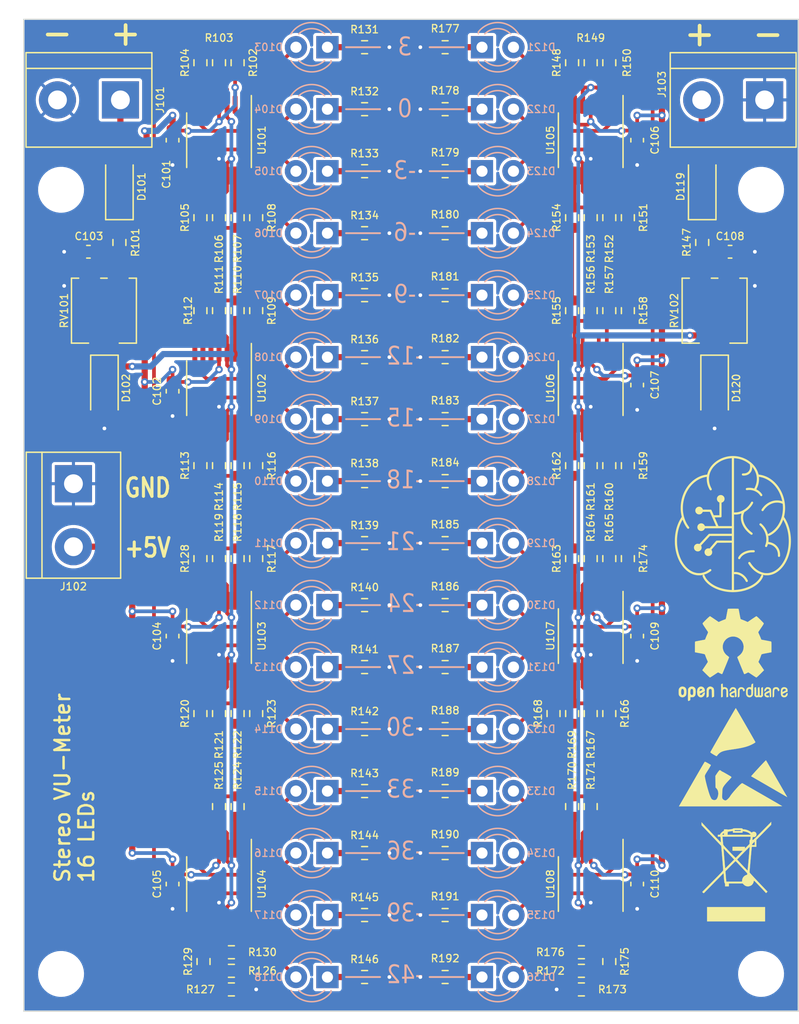
<source format=kicad_pcb>
(kicad_pcb (version 20221018) (generator pcbnew)
  (layers (0 "F.Cu" signal) (31 "B.Cu" signal) (34 "B.Paste" user) (35 "F.Paste" user) (36 "B.SilkS" user "B.Silkscreen") (37 "F.SilkS" user "F.Silkscreen") (38 "B.Mask" user) (39 "F.Mask" user) (44 "Edge.Cuts" user))
  (net 0 "")
  (net 1 "+5VA")
  (net 2 "GND")
  (net 3 "Net-(C103-Pad1)")
  (net 4 "Net-(C108-Pad1)")
  (net 5 "Net-(D101-K)")
  (net 6 "Net-(D101-A)")
  (net 7 "Net-(D102-K)")
  (net 8 "Net-(D103-K)")
  (net 9 "Net-(D103-A)")
  (net 10 "Net-(D104-K)")
  (net 11 "Net-(D104-A)")
  (net 12 "Net-(D105-K)")
  (net 13 "Net-(D105-A)")
  (net 14 "Net-(D106-K)")
  (net 15 "Net-(D106-A)")
  (net 16 "Net-(D107-K)")
  (net 17 "Net-(D107-A)")
  (net 18 "Net-(D108-K)")
  (net 19 "Net-(D108-A)")
  (net 20 "Net-(D109-K)")
  (net 21 "Net-(D109-A)")
  (net 22 "Net-(D110-K)")
  (net 23 "Net-(D110-A)")
  (net 24 "Net-(D111-K)")
  (net 25 "Net-(D111-A)")
  (net 26 "Net-(D112-K)")
  (net 27 "Net-(D112-A)")
  (net 28 "Net-(D113-K)")
  (net 29 "Net-(D113-A)")
  (net 30 "Net-(D114-K)")
  (net 31 "Net-(D114-A)")
  (net 32 "Net-(D115-K)")
  (net 33 "Net-(D115-A)")
  (net 34 "Net-(D116-K)")
  (net 35 "Net-(D116-A)")
  (net 36 "Net-(D117-K)")
  (net 37 "Net-(D117-A)")
  (net 38 "Net-(D118-K)")
  (net 39 "Net-(D118-A)")
  (net 40 "Net-(D119-K)")
  (net 41 "Net-(D119-A)")
  (net 42 "Net-(D120-K)")
  (net 43 "Net-(D121-K)")
  (net 44 "Net-(D121-A)")
  (net 45 "Net-(D122-K)")
  (net 46 "Net-(D122-A)")
  (net 47 "Net-(D123-K)")
  (net 48 "Net-(D123-A)")
  (net 49 "Net-(D124-K)")
  (net 50 "Net-(D124-A)")
  (net 51 "Net-(D125-K)")
  (net 52 "Net-(D125-A)")
  (net 53 "Net-(D126-K)")
  (net 54 "Net-(D126-A)")
  (net 55 "Net-(D127-K)")
  (net 56 "Net-(D127-A)")
  (net 57 "Net-(D128-K)")
  (net 58 "Net-(D128-A)")
  (net 59 "Net-(D129-K)")
  (net 60 "Net-(D129-A)")
  (net 61 "Net-(D130-K)")
  (net 62 "Net-(D130-A)")
  (net 63 "Net-(D131-K)")
  (net 64 "Net-(D131-A)")
  (net 65 "Net-(D132-K)")
  (net 66 "Net-(D132-A)")
  (net 67 "Net-(D133-K)")
  (net 68 "Net-(D133-A)")
  (net 69 "Net-(D134-K)")
  (net 70 "Net-(D134-A)")
  (net 71 "Net-(D135-K)")
  (net 72 "Net-(D135-A)")
  (net 73 "Net-(D136-K)")
  (net 74 "Net-(D136-A)")
  (net 75 "Net-(R102-Pad1)")
  (net 76 "Net-(U101B--)")
  (net 77 "Net-(R104-Pad1)")
  (net 78 "Net-(U101C--)")
  (net 79 "Net-(R106-Pad1)")
  (net 80 "Net-(U101D--)")
  (net 81 "Net-(R108-Pad1)")
  (net 82 "Net-(U102A--)")
  (net 83 "Net-(R110-Pad1)")
  (net 84 "Net-(U102B--)")
  (net 85 "Net-(R112-Pad1)")
  (net 86 "Net-(U102C--)")
  (net 87 "Net-(R114-Pad1)")
  (net 88 "Net-(U102D--)")
  (net 89 "Net-(R116-Pad1)")
  (net 90 "Net-(U103A--)")
  (net 91 "Net-(R118-Pad1)")
  (net 92 "Net-(U103B--)")
  (net 93 "Net-(R120-Pad1)")
  (net 94 "Net-(U103C--)")
  (net 95 "Net-(U103D--)")
  (net 96 "Net-(R122-Pad1)")
  (net 97 "Net-(U104A--)")
  (net 98 "Net-(R124-Pad1)")
  (net 99 "Net-(U104B--)")
  (net 100 "Net-(R126-Pad1)")
  (net 101 "Net-(U104D--)")
  (net 102 "Net-(U104C--)")
  (net 103 "Net-(R148-Pad1)")
  (net 104 "Net-(U105A--)")
  (net 105 "Net-(R150-Pad1)")
  (net 106 "Net-(U105C--)")
  (net 107 "Net-(R152-Pad1)")
  (net 108 "Net-(U105D--)")
  (net 109 "Net-(R154-Pad1)")
  (net 110 "Net-(U106A--)")
  (net 111 "Net-(R156-Pad1)")
  (net 112 "Net-(U106B--)")
  (net 113 "Net-(R158-Pad1)")
  (net 114 "Net-(U106C--)")
  (net 115 "Net-(R160-Pad1)")
  (net 116 "Net-(U106D--)")
  (net 117 "Net-(R162-Pad1)")
  (net 118 "Net-(U107A--)")
  (net 119 "Net-(R164-Pad1)")
  (net 120 "Net-(U107B--)")
  (net 121 "Net-(R166-Pad1)")
  (net 122 "Net-(U107C--)")
  (net 123 "Net-(U107D--)")
  (net 124 "Net-(R168-Pad1)")
  (net 125 "Net-(U108A--)")
  (net 126 "Net-(R170-Pad1)")
  (net 127 "Net-(U108B--)")
  (net 128 "Net-(R172-Pad1)")
  (net 129 "Net-(U108D--)")
  (net 130 "Net-(U108C--)")
  (footprint "Resistor_SMD:R_0603_1608Metric" (layer "F.Cu") (at 92.25 122.75)
    (fp_text reference "R126")
    (fp_text value "120")
  )
  (footprint "Resistor_SMD:R_0603_1608Metric" (layer "F.Cu") (at 118.25 102 -90)
    (fp_text reference "R169")
    (fp_text value "470")
  )
  (footprint "Resistor_SMD:R_0603_1608Metric" (layer "F.Cu") (at 122.75 82 90)
    (fp_text reference "R160")
    (fp_text value "100")
  )
  (footprint "Potentiometer_SMD:Potentiometer_Vishay_TS53YJ_Vertical" (layer "F.Cu") (at 81.96 69.5 90)
    (fp_text reference "RV101")
    (fp_text value "10k")
  )
  (footprint "Resistor_SMD:R_0603_1608Metric" (layer "F.Cu") (at 122.75 62 90)
    (fp_text reference "R152")
    (fp_text value "2k7")
  )
  (footprint "Resistor_SMD:R_0603_1608Metric" (layer "F.Cu") (at 92.75 49.5 -90)
    (fp_text reference "R102")
    (fp_text value "2k2")
  )
  (footprint "Resistor_SMD:R_0603_1608Metric" (layer "F.Cu") (at 92.25 121.25)
    (fp_text reference "R130")
    (fp_text value "330")
  )
  (footprint "Resistor_SMD:R_0603_1608Metric" (layer "F.Cu") (at 109.5 123.25 180)
    (fp_text reference "R192")
    (fp_text value "1k")
  )
  (footprint "Resistor_SMD:R_0603_1608Metric" (layer "F.Cu") (at 92.75 69.5 -90)
    (fp_text reference "R110")
    (fp_text value "390")
  )
  (footprint "Resistor_SMD:R_0603_1608Metric" (layer "F.Cu") (at 122.75 49.5 -90)
    (fp_text reference "R150")
    (fp_text value "2k2")
  )
  (footprint "Resistor_SMD:R_0603_1608Metric" (layer "F.Cu") (at 103 108.25)
    (fp_text reference "R143")
    (fp_text value "1k")
  )
  (footprint "Resistor_SMD:R_0603_1608Metric" (layer "F.Cu") (at 119.75 102 90)
    (fp_text reference "R168")
    (fp_text value "470")
  )
  (footprint "Package_SO:TSSOP-14_4.4x5mm_P0.65mm" (layer "F.Cu") (at 121.25 115.75 -90)
    (fp_text reference "U108")
    (fp_text value "LM2902")
  )
  (footprint "Diode_SMD:D_MiniMELF" (layer "F.Cu") (at 83.21 59.5 90)
    (fp_text reference "D101")
    (fp_text value "LL4148")
  )
  (footprint "Resistor_SMD:R_0603_1608Metric" (layer "F.Cu") (at 91.25 49.5 -90)
    (fp_text reference "R103")
    (fp_text value "39k")
  )
  (footprint "MountingHole:MountingHole_3.2mm_M3_DIN965" (layer "F.Cu") (at 135 123)
    (fp_text reference "REF**" hide)
    (fp_text value "MountingHole_3.2mm_M3_DIN965" hide)
  )
  (footprint "Resistor_SMD:R_0603_1608Metric" (layer "F.Cu") (at 103 93.25)
    (fp_text reference "R140")
    (fp_text value "1k")
  )
  (footprint "Resistor_SMD:R_0603_1608Metric" (layer "F.Cu") (at 91.25 62 90)
    (fp_text reference "R106")
    (fp_text value "2k7")
  )
  (footprint "Capacitor_SMD:C_0603_1608Metric" (layer "F.Cu") (at 87.5 115.75 -90)
    (fp_text reference "C105")
    (fp_text value "100n")
  )
  (footprint "Resistor_SMD:R_0603_1608Metric" (layer "F.Cu") (at 121.25 82 90)
    (fp_text reference "R161")
    (fp_text value "5k1")
  )
  (footprint "Resistor_SMD:R_0603_1608Metric" (layer "F.Cu") (at 130.25 64 -90)
    (fp_text reference "R147")
    (fp_text value "1k")
  )
  (footprint "TerminalBlock:TerminalBlock_bornier-2_P5.08mm" (layer "F.Cu") (at 79.5 83.46 -90)
    (fp_text reference "J102")
    (fp_text value "Right")
  )
  (footprint "Resistor_SMD:R_0603_1608Metric" (layer "F.Cu") (at 89.75 89.5 90)
    (fp_text reference "R128")
    (fp_text value "1k8")
  )
  (footprint "Resistor_SMD:R_0603_1608Metric" (layer "F.Cu") (at 91.25 89.5 -90)
    (fp_text reference "R119")
    (fp_text value "2k2")
  )
  (footprint "TerminalBlock:TerminalBlock_bornier-2_P5.08mm" (layer "F.Cu") (at 83.29 52.5 180)
    (fp_text reference "J101")
    (fp_text value "Left")
  )
  (footprint "Resistor_SMD:R_0603_1608Metric" (layer "F.Cu") (at 103 68.25)
    (fp_text reference "R135")
    (fp_text value "1k")
  )
  (footprint "Resistor_SMD:R_0603_1608Metric" (layer "F.Cu") (at 94.25 102 -90)
    (fp_text reference "R123")
    (fp_text value "470")
  )
  (footprint "Resistor_SMD:R_0603_1608Metric" (layer "F.Cu") (at 103 103.25)
    (fp_text reference "R142")
    (fp_text value "1k")
  )
  (footprint "Resistor_SMD:R_0603_1608Metric" (layer "F.Cu") (at 92.75 109.5 -90)
    (fp_text reference "R124")
    (fp_text value "100")
  )
  (footprint "Resistor_SMD:R_0603_1608Metric" (layer "F.Cu") (at 89.75 69.5 -90)
    (fp_text reference "R112")
    (fp_text value "2k2")
  )
  (footprint "Resistor_SMD:R_0603_1608Metric" (layer "F.Cu") (at 119.75 82 90)
    (fp_text reference "R162")
    (fp_text value "390")
  )
  (footprint "Resistor_SMD:R_0603_1608Metric" (layer "F.Cu") (at 91.25 82 90)
    (fp_text reference "R114")
    (fp_text value "100")
  )
  (footprint "Resistor_SMD:R_0603_1608Metric" (layer "F.Cu") (at 121.25 62 90)
    (fp_text reference "R153")
    (fp_text value "18k")
  )
  (footprint "Resistor_SMD:R_0603_1608Metric" (layer "F.Cu") (at 109.5 48.25 180)
    (fp_text reference "R177")
    (fp_text value "1k")
  )
  (footprint "Resistor_SMD:R_0603_1608Metric" (layer "F.Cu") (at 122.75 89.5 -90)
    (fp_text reference "R165")
    (fp_text value "2k2")
  )
  (footprint "Potentiometer_SMD:Potentiometer_Vishay_TS53YJ_Vertical" (layer "F.Cu") (at 131.25 69.5 90)
    (fp_text reference "RV102")
    (fp_text value "10k")
  )
  (footprint "Diode_SMD:D_MiniMELF" (layer "F.Cu") (at 82 75.75 -90)
    (fp_text reference "D102")
    (fp_text value "6V8")
  )
  (footprint "Resistor_SMD:R_0603_1608Metric" (layer "F.Cu") (at 109.5 103.25 180)
    (fp_text reference "R188")
    (fp_text value "1k")
  )
  (footprint "Resistor_SMD:R_0603_1608Metric" (layer "F.Cu") (at 103 98.25)
    (fp_text reference "R141")
    (fp_text value "1k")
  )
  (footprint "TerminalBlock:TerminalBlock_bornier-2_P5.08mm" (layer "F.Cu") (at 135.29 52.5 180)
    (fp_text reference "J103")
    (fp_text value "Right")
  )
  (footprint "Resistor_SMD:R_0603_1608Metric" (layer "F.Cu") (at 94.25 62 90)
    (fp_text reference "R108")
    (fp_text value "360")
  )
  (footprint "Resistor_SMD:R_0603_1608Metric" (layer "F.Cu") (at 103 88.25)
    (fp_text reference "R139")
    (fp_text value "1k")
  )
  (footprint "Resistor_SMD:R_0603_1608Metric" (layer "F.Cu") (at 89.75 82 90)
    (fp_text reference "R113")
    (fp_text value "5k1")
  )
  (footprint "Resistor_SMD:R_0603_1608Metric" (layer "F.Cu") (at 92.25 124.25)
    (fp_text reference "R127")
    (fp_text value "680")
  )
  (footprint "Capacitor_SMD:C_0603_1608Metric" (layer "F.Cu") (at 125 95.75 -90)
    (fp_text reference "C109")
    (fp_text value "100n")
  )
  (footprint "Capacitor_SMD:C_0603_1608Metric" (layer "F.Cu") (at 87.5 95.75 -90)
    (fp_text reference "C104")
    (fp_text value "100n")
  )
  (footprint "Resistor_SMD:R_0603_1608Metric" (layer "F.Cu") (at 109.5 108.25 180)
    (fp_text reference "R189")
    (fp_text value "1k")
  )
  (footprint "Resistor_SMD:R_0603_1608Metric" (layer "F.Cu") (at 103 58.25)
    (fp_text reference "R133")
    (fp_text value "1k")
  )
  (footprint "Capacitor_SMD:C_0603_1608Metric" (layer "F.Cu") (at 87.5 76 -90)
    (fp_text reference "C102")
    (fp_text value "100n")
  )
  (footprint "Resistor_SMD:R_0603_1608Metric" (layer "F.Cu") (at 124.25 82 90)
    (fp_text reference "R159")
    (fp_text value "5k1")
  )
  (footprint "Resistor_SMD:R_0603_1608Metric" (layer "F.Cu") (at 122.75 102 90)
    (fp_text reference "R166")
    (fp_text value "100")
  )
  (footprint "Resistor_SMD:R_0603_1608Metric" (layer "F.Cu") (at 119.75 109.5 -90)
    (fp_text reference "R170")
    (fp_text value "100")
  )
  (footprint "MountingHole:MountingHole_3.2mm_M3_DIN965" (layer "F.Cu") (at 78.5 123)
    (fp_text reference "REF**" hide)
    (fp_text value "MountingHole_3.2mm_M3_DIN965" hide)
  )
  (footprint "Resistor_SMD:R_0603_1608Metric" (layer "F.Cu") (at 92.75 62 90)
    (fp_text reference "R107")
    (fp_text value "18k")
  )
  (footprint "Resistor_SMD:R_0603_1608Metric" (layer "F.Cu") (at 103 123.25)
    (fp_text reference "R146")
    (fp_text value "1k")
  )
  (footprint "MountingHole:MountingHole_3.2mm_M3_DIN965" (layer "F.Cu") (at 78.5 59.75)
    (fp_text reference "REF**" hide)
    (fp_text value "MountingHole_3.2mm_M3_DIN965" hide)
  )
  (footprint "Resistor_SMD:R_0603_1608Metric" (layer "F.Cu") (at 103 118.25)
    (fp_text reference "R145")
    (fp_text value "1k")
  )
  (footprint "Resistor_SMD:R_0603_1608Metric" (layer "F.Cu") (at 119.75 69.5 -90)
    (fp_text reference "R155")
    (fp_text value "11k")
  )
  (footprint "Resistor_SMD:R_0603_1608Metric" (layer "F.Cu") (at 103 63.25)
    (fp_text reference "R134")
    (fp_text value "1k")
  )
  (footprint "Package_SO:TSSOP-14_4.4x5mm_P0.65mm" (layer "F.Cu") (at 91.25 75.75 -90)
    (fp_text reference "U102")
    (fp_text value "LM2902")
  )
  (footprint "Capacitor_SMD:C_0603_1608Metric" (layer "F.Cu") (at 80.71 64.75 180)
    (fp_text reference "C103")
    (fp_text value "10n")
  )
  (footprint "Resistor_SMD:R_0603_1608Metric" (layer "F.Cu") (at 92.75 102 90)
    (fp_text reference "R122")
    (fp_text value "470")
  )
  (footprint "Resistor_SMD:R_0603_1608Metric" (layer "F.Cu") (at 109.5 58.25 180)
    (fp_text reference "R179")
    (fp_text value "1k")
  )
  (footprint "Resistor_SMD:R_0603_1608Metric" (layer "F.Cu") (at 120.5 124.25 180)
    (fp_text reference "R173")
    (fp_text value "680")
  )
  (footprint "Resistor_SMD:R_0603_1608Metric" (layer "F.Cu") (at 122.75 69.5 -90)
    (fp_text reference "R157")
    (fp_text value "10k")
  )
  (footprint "Capacitor_SMD:C_0603_1608Metric" (layer "F.Cu") (at 125 75.5 -90)
    (fp_text reference "C107")
    (fp_text value "100n")
  )
  (footprint "Resistor_SMD:R_0603_1608Metric" (layer "F.Cu") (at 122.75 122 90)
    (fp_text reference "R175")
    (fp_text value "470")
  )
  (footprint "Symbol:OSHW-Logo2_9.8x8mm_SilkScreen" (layer "F.Cu") (at 132.75 97.25)
    (fp_text reference "REF**" hide)
    (fp_text value "OSHW-Logo2_9.8x8mm_SilkScreen" hide)
  )
  (footprint "Resistor_SMD:R_0603_1608Metric" (layer "F.Cu") (at 109.5 88.25 180)
    (fp_text reference "R185")
    (fp_text value "1k")
  )
  (footprint "Resistor_SMD:R_0603_1608Metric" (layer "F.Cu") (at 92.75 89.5 -90)
    (fp_text reference "R118")
    (fp_text value "390")
  )
  (footprint "Package_SO:TSSOP-14_4.4x5mm_P0.65mm" (layer "F.Cu") (at 121.25 55.75 -90)
    (fp_text reference "U105")
    (fp_text value "LM2902")
  )
  (footprint "Resistor_SMD:R_0603_1608Metric" (layer "F.Cu") (at 109.5 93.25 180)
    (fp_text reference "R186")
    (fp_text value "1k")
  )
  (footprint "Resistor_SMD:R_0603_1608Metric" (layer "F.Cu") (at 121.25 109.5 -90)
    (fp_text reference "R171")
    (fp_text value "560")
  )
  (footprint "Resistor_SMD:R_0603_1608Metric" (layer "F.Cu") (at 89.75 49.5 -90)
    (fp_text reference "R104")
    (fp_text value "2k2")
  )
  (footprint "Resistor_SMD:R_0603_1608Metric" (layer "F.Cu") (at 109.5 113.25 180)
    (fp_text reference "R190")
    (fp_text value "1k")
  )
  (footprint "Resistor_SMD:R_0603_1608Metric" (layer "F.Cu") (at 94.25 89.5 -90)
    (fp_text reference "R117")
    (fp_text value "3k3")
  )
  (footprint "Resistor_SMD:R_0603_1608Metric" (layer "F.Cu") (at 103 73.25)
    (fp_text reference "R136")
    (fp_text value "1k")
  )
  (footprint "Package_SO:TSSOP-14_4.4x5mm_P0.65mm" (layer "F.Cu") (at 91.25 95.75 -90)
    (fp_text reference "U103")
    (fp_text value "LM2902")
  )
  (footprint "Resistor_SMD:R_0603_1608Metric" (layer "F.Cu") (at 120.5 121.25 180)
    (fp_text reference "R176")
    (fp_text value "330")
  )
  (footprint "Resistor_SMD:R_0603_1608Metric" (layer "F.Cu") (at 91.25 69.5 -90)
    (fp_text reference "R111")
    (fp_text value "10k")
  )
  (footprint "Resistor_SMD:R_0603_1608Metric" (layer "F.Cu") (at 121.25 69.5 -90)
    (fp_text reference "R156")
    (fp_text value "390")
  )
  (footprint "Capacitor_SMD:C_0603_1608Metric" (layer "F.Cu") (at 125 55.75 -90)
    (fp_text reference "C106")
    (fp_text value "100n")
  )
  (footprint "Capacitor_SMD:C_0603_1608Metric" (layer "F.Cu") (at 132.5 64.75)
    (fp_text reference "C108")
    (fp_text value "10n")
  )
  (footprint "Resistor_SMD:R_0603_1608Metric" (layer "F.Cu") (at 90 122 90)
    (fp_text reference "R129")
    (fp_text value "470")
  )
  (footprint "Resistor_SMD:R_0603_1608Metric" (layer "F.Cu") (at 103 48.25)
    (fp_text reference "R131")
    (fp_text value "1k")
  )
  (footprint "Package_SO:TSSOP-14_4.4x5mm_P0.65mm" (layer "F.Cu") (at 121.25 95.75 -90)
    (fp_text reference "U107")
    (fp_text value "LM2902")
  )
  (footprint "Resistor_SMD:R_0603_1608Metric" (layer "F.Cu") (at 109.5 63.25 180)
    (fp_text reference "R180")
    (fp_text value "1k")
  )
  (footprint "Resistor_SMD:R_0603_1608Metric" (layer "F.Cu") (at 91.25 102 90)
    (fp_text reference "R121")
    (fp_text value "1k2")
  )
  (footprint "MountingHole:MountingHole_3.2mm_M3_DIN965" (layer "F.Cu") (at 135 59.75)
    (fp_text reference "REF**" hide)
    (fp_text value "MountingHole_3.2mm_M3_DIN965" hide)
  )
  (footprint "Resistor_SMD:R_0603_1608Metric" (layer "F.Cu") (at 109.5 83.25 180)
    (fp_text reference "R184")
    (fp_text value "1k")
  )
  (footprint "Resistor_SMD:R_0603_1608Metric" (layer "F.Cu") (at 120.5 122.75 180)
    (fp_text reference "R172")
    (fp_text value "120")
  )
  (footprint "Resistor_SMD:R_0603_1608Metric" (layer "F.Cu") (at 109.5 68.25 180)
    (fp_text reference "R181")
    (fp_text value "1k")
  )
  (footprint "Resistor_SMD:R_0603_1608Metric" (layer "F.Cu") (at 103 78.25)
    (fp_text reference "R137")
    (fp_text value "1k")
  )
  (footprint "Resistor_SMD:R_0603_1608Metric" (layer "F.Cu") (at 119.75 89.5 -90)
    (fp_text reference "R163")
    (fp_text value "3k3")
  )
  (footprint "Resistor_SMD:R_0603_1608Metric" (layer "F.Cu") (at 124.25 89.5 90)
    (fp_text reference "R174")
    (fp_text value "1k8")
  )
  (footprint "Package_SO:TSSOP-14_4.4x5mm_P0.65mm" (layer "F.Cu") (at 121.25 75.75 -90)
    (fp_text reference "U106")
    (fp_text value "LM2902")
  )
  (footprint "Resistor_SMD:R_0603_1608Metric" (layer "F.Cu") (at 92.75 82 90)
    (fp_text reference "R115")
    (fp_text value "5k1")
  )
  (footprint "Resistor_SMD:R_0603_1608Metric" (layer "F.Cu") (at 119.75 62 90)
    (fp_text reference "R154")
    (fp_text value "360")
  )
  (footprint "Resistor_SMD:R_0603_1608Metric" (layer "F.Cu") (at 109.5 73.25 180)
    (fp_text reference "R182")
    (fp_text value "1k")
  )
  (footprint "Resistor_SMD:R_0603_1608Metric" (layer "F.Cu") (at 121.25 89.5 -90)
    (fp_text reference "R164")
    (fp_text value "390")
  )
  (footprint "Resistor_SMD:R_0603_1608Metric" (layer "F.Cu") (at 83.21 64 -90)
    (fp_text reference "R101")
    (fp_text value "1k")
  )
  (footprint "Resistor_SMD:R_0603_1608Metric" (layer "F.Cu") (at 124.25 69.5 -90)
    (fp_text reference "R158")
    (fp_text value "2k2")
  )
  (footprint "Resistor_SMD:R_0603_1608Metric" (layer "F.Cu") (at 124.25 62 90)
    (fp_text reference "R151")
    (fp_text value "27k")
  )
  (footprint "Resistor_SMD:R_0603_1608Metric" (layer "F.Cu") (at 94.25 82 90)
    (fp_text reference "R116")
    (fp_text value "390")
  )
  (footprint "Capacitor_SMD:C_0603_1608Metric" (layer "F.Cu") (at 125 115.75 -90)
    (fp_text reference "C110")
    (fp_text value "100n")
  )
  (footprint "Symbol:WEEE-Logo_5.6x8mm_SilkScreen" (layer "F.Cu") (at 133 114.75)
    (fp_text reference "REF**" hide)
    (fp_text value "WEEE-Logo_5.6x8mm_SilkScreen" hide)
  )
  (footprint "Resistor_SMD:R_0603_1608Metric" (layer "F.Cu") (at 109.5 118.25 180)
    (fp_text reference "R191")
    (fp_text value "1k")
  )
  (footprint "Resistor_SMD:R_0603_1608Metric" (layer "F.Cu") (at 89.75 102 90)
    (fp_text reference "R120")
    (fp_text value "100")
  )
  (footprint "Resistor_SMD:R_0603_1608Metric" (layer "F.Cu") (at 119.75 49.5 -90)
    (fp_text reference "R148")
    (fp_text value "2k2")
  )
  (footprint "Resistor_SMD:R_0603_1608Metric" (layer "F.Cu") (at 94.25 69.5 -90)
    (fp_text reference "R109")
    (fp_text value "11k")
  )
  (footprint "Package_SO:TSSOP-14_4.4x5mm_P0.65mm" (layer "F.Cu") (at 91.25 115.75 -90)
    (fp_text reference "U104")
    (fp_text value "LM2902")
  )
  (footprint "Resistor_SMD:R_0603_1608Metric" (layer "F.Cu") (at 103 53.25)
    (fp_text reference "R132")
    (fp_text value "1k")
  )
  (footprint "Resistor_SMD:R_0603_1608Metric" (layer "F.Cu") (at 121.25 49.5 -90)
    (fp_text reference "R149")
    (fp_text value "39k")
  )
  (footprint "Diode_SMD:D_MiniMELF" (layer "F.Cu") (at 131.25 75.75 -90)
    (fp_text reference "D120")
    (fp_text value "6V8")
  )
  (footprint "Resistor_SMD:R_0603_1608Metric" (layer "F.Cu") (at 109.5 98.25 180)
    (fp_text reference "R187")
    (fp_text value "1k")
  )
  (footprint "Resistor_SMD:R_0603_1608Metric" (layer "F.Cu") (at 121.25 102 90)
    (fp_text reference "R167")
    (fp_text value "1k2")
  )
  (footprint "Resistor_SMD:R_0603_1608Metric" (layer "F.Cu") (at 89.75 62 90)
    (fp_text reference "R105")
    (fp_text value "27k")
  )
  (footprint "Resistor_SMD:R_0603_1608Metric" (layer "F.Cu") (at 103 113.25)
    (fp_text reference "R144")
    (fp_text value "1k")
  )
  (footprint "Resistor_SMD:R_0603_1608Metric" (layer "F.Cu") (at 109.5 53.25 180)
    (fp_text reference "R178")
    (fp_text value "1k")
  )
  (footprint "Resistor_SMD:R_0603_1608Metric" (layer "F.Cu") (at 91.25 109.5 -90)
    (fp_text reference "R125")
    (fp_text value "560")
  )
  (footprint "Resistor_SMD:R_0603_1608Metric" (layer "F.Cu") (at 109.5 78.25 180)
    (fp_text reference "R183")
    (fp_text value "1k")
  )
  (footprint "Capacitor_SMD:C_0603_1608Metric" (layer "F.Cu") (at 87.5 55.75 -90)
    (fp_text reference "C101")
    (fp_text value "100n")
  )
  (footprint "Package_SO:TSSOP-14_4.4x5mm_P0.65mm" (layer "F.Cu") (at 91.25 55.75 -90)
    (fp_text reference "U101")
    (fp_text value "LM2902")
  )
  (footprint "Diode_SMD:D_MiniMELF" (layer "F.Cu") (at 130.25 59.5 90)
    (fp_text reference "D119")
    (fp_text value "LL4148")
  )
  (footprint "Resistor_SMD:R_0603_1608Metric" (layer "F.Cu") (at 103 83.25)
    (fp_text reference "R138")
    (fp_text value "1k")
  )
  (footprint "eigene:logo" (layer "F.Cu") (at 132.75 86.75)
    (fp_text reference "G***" hide)
    (fp_text value "LOGO" hide)
  )
  (footprint "Symbol:ESD-Logo_8.9x8mm_SilkScreen" (layer "F.Cu") (at 132.75 105.5)
    (fp_text reference "REF**" hide)
    (fp_text value "ESD-Logo_8.9x8mm_SilkScreen" hide)
  )
  (footprint "LED_THT:LED_D3.0mm_Clear" (layer "B.Cu") (at 100 68.25 180)
    (fp_text reference "D107")
    (fp_text value "gelb")
  )
  (footprint "LED_THT:LED_D3.0mm_Clear" (layer "B.Cu") (at 100 63.25 180)
    (fp_text reference "D106")
    (fp_text value "gelb")
  )
  (footprint "LED_THT:LED_D3.0mm_Clear" (layer "B.Cu") (at 112.475 113.25)
    (fp_text reference "D134")
    (fp_text value "grün")
  )
  (footprint "LED_THT:LED_D3.0mm_Clear" (layer "B.Cu") (at 100 113.25 180)
    (fp_text reference "D116")
    (fp_text value "grün")
  )
  (footprint "LED_THT:LED_D3.0mm_Clear" (layer "B.Cu") (at 112.475 103.25)
    (fp_text reference "D132")
    (fp_text value "grün")
  )
  (footprint "LED_THT:LED_D3.0mm_Clear" (layer "B.Cu") (at 112.475 118.25)
    (fp_text reference "D135")
    (fp_text value "grün")
  )
  (footprint "LED_THT:LED_D3.0mm_Clear" (layer "B.Cu") (at 112.475 98.25)
    (fp_text reference "D131")
    (fp_text value "grün")
  )
  (footprint "LED_THT:LED_D3.0mm_Clear" (layer "B.Cu") (at 112.475 88.25)
    (fp_text reference "D129")
    (fp_text value "grün")
  )
  (footprint "LED_THT:LED_D3.0mm_Clear" (layer "B.Cu") (at 112.475 93.25)
    (fp_text reference "D130")
    (fp_text value "grün")
  )
  (footprint "LED_THT:LED_D3.0mm_Clear" (layer "B.Cu") (at 112.475 68.25)
    (fp_text reference "D125")
    (fp_text value "gelb")
  )
  (footprint "LED_THT:LED_D3.0mm_Clear" (layer "B.Cu") (at 100 53.25 180)
    (fp_text reference "D104")
    (fp_text value "rot")
  )
  (footprint "LED_THT:LED_D3.0mm_Clear" (layer "B.Cu") (at 112.475 58.25)
    (fp_text reference "D123")
    (fp_text value "gelb")
  )
  (footprint "LED_THT:LED_D3.0mm_Clear" (layer "B.Cu") (at 100 88.25 180)
    (fp_text reference "D111")
    (fp_text value "grün")
  )
  (footprint "LED_THT:LED_D3.0mm_Clear" (layer "B.Cu") (at 100 78.25 180)
    (fp_text reference "D109")
    (fp_text value "grün")
  )
  (footprint "LED_THT:LED_D3.0mm_Clear" (layer "B.Cu") (at 100 108.25 180)
    (fp_text reference "D115")
    (fp_text value "grün")
  )
  (footprint "LED_THT:LED_D3.0mm_Clear" (layer "B.Cu") (at 112.475 48.25)
    (fp_text reference "D121")
    (fp_text value "rot")
  )
  (footprint "LED_THT:LED_D3.0mm_Clear" (layer "B.Cu") (at 100 93.25 180)
    (fp_text reference "D112")
    (fp_text value "grün")
  )
  (footprint "LED_THT:LED_D3.0mm_Clear" (layer "B.Cu") (at 100 103.25 180)
    (fp_text reference "D114")
    (fp_text value "grün")
  )
  (footprint "LED_THT:LED_D3.0mm_Clear" (layer "B.Cu") (at 112.475 83.25)
    (fp_text reference "D128")
    (fp_text value "grün")
  )
  (footprint "LED_THT:LED_D3.0mm_Clear" (layer "B.Cu") (at 100 58.25 180)
    (fp_text reference "D105")
    (fp_text value "gelb")
  )
  (footprint "LED_THT:LED_D3.0mm_Clear" (layer "B.Cu") (at 112.475 73.25)
    (fp_text reference "D126")
    (fp_text value "gelb")
  )
  (footprint "LED_THT:LED_D3.0mm_Clear" (layer "B.Cu") (at 100 118.25 180)
    (fp_text reference "D117")
    (fp_text value "grün")
  )
  (footprint "LED_THT:LED_D3.0mm_Clear" (layer "B.Cu") (at 100 48.25 180)
    (fp_text reference "D103")
    (fp_text value "rot")
  )
  (footprint "LED_THT:LED_D3.0mm_Clear" (layer "B.Cu") (at 112.475 108.25)
    (fp_text reference "D133")
    (fp_text value "grün")
  )
  (footprint "LED_THT:LED_D3.0mm_Clear" (layer "B.Cu") (at 112.475 78.25)
    (fp_text reference "D127")
    (fp_text value "grün")
  )
  (footprint "LED_THT:LED_D3.0mm_Clear" (layer "B.Cu") (at 100 83.25 180)
    (fp_text reference "D110")
    (fp_text value "grün")
  )
  (footprint "LED_THT:LED_D3.0mm_Clear" (layer "B.Cu") (at 112.475 123.25)
    (fp_text reference "D136")
    (fp_text value "grün")
  )
  (footprint "LED_THT:LED_D3.0mm_Clear" (layer "B.Cu") (at 100 98.25 180)
    (fp_text reference "D113")
    (fp_text value "grün")
  )
  (footprint "LED_THT:LED_D3.0mm_Clear" (layer "B.Cu") (at 112.475 53.25)
    (fp_text reference "D122")
    (fp_text value "rot")
  )
  (footprint "LED_THT:LED_D3.0mm_Clear" (layer "B.Cu") (at 112.475 63.25)
    (fp_text reference "D124")
    (fp_text value "gelb")
  )
  (footprint "LED_THT:LED_D3.0mm_Clear" (layer "B.Cu") (at 100 73.25 180)
    (fp_text reference "D108")
    (fp_text value "gelb")
  )
  (footprint "LED_THT:LED_D3.0mm_Clear" (layer "B.Cu") (at 100 123.25 180)
    (fp_text reference "D118")
    (fp_text value "grün")
  )
  (gr_line (start 111 58.25) (end 108.25 58.25) (stroke (width 0.15)) (layer "B.SilkS"))
  (gr_line (start 111 78.25) (end 108.25 78.25) (stroke (width 0.15)) (layer "B.SilkS"))
  (gr_line (start 101.5 98.25) (end 104.25 98.25) (stroke (width 0.15)) (layer "B.SilkS"))
  (gr_line (start 101.5 123.25) (end 104.25 123.25) (stroke (width 0.15)) (layer "B.SilkS"))
  (gr_line (start 111 48.25) (end 108.25 48.25) (stroke (width 0.15)) (layer "B.SilkS"))
  (gr_line (start 111 98.25) (end 108.25 98.25) (stroke (width 0.15)) (layer "B.SilkS"))
  (gr_line (start 111 113.25) (end 108.25 113.25) (stroke (width 0.15)) (layer "B.SilkS"))
  (gr_line (start 111 83.25) (end 108.25 83.25) (stroke (width 0.15)) (layer "B.SilkS"))
  (gr_line (start 101.5 103.25) (end 104.25 103.25) (stroke (width 0.15)) (layer "B.SilkS"))
  (gr_line (start 111 103.25) (end 108.25 103.25) (stroke (width 0.15)) (layer "B.SilkS"))
  (gr_line (start 111 68.25) (end 108.25 68.25) (stroke (width 0.15)) (layer "B.SilkS"))
  (gr_line (start 111 73.25) (end 108.25 73.25) (stroke (width 0.15)) (layer "B.SilkS"))
  (gr_line (start 111 93.25) (end 108.25 93.25) (stroke (width 0.15)) (layer "B.SilkS"))
  (gr_line (start 101.5 48.25) (end 104.25 48.25) (stroke (width 0.15)) (layer "B.SilkS"))
  (gr_line (start 101.5 93.25) (end 104.25 93.25) (stroke (width 0.15)) (layer "B.SilkS"))
  (gr_line (start 111 123.25) (end 108.25 123.25) (stroke (width 0.15)) (layer "B.SilkS"))
  (gr_line (start 101.5 68.25) (end 104.25 68.25) (stroke (width 0.15)) (layer "B.SilkS"))
  (gr_line (start 101.5 88.25) (end 104.25 88.25) (stroke (width 0.15)) (layer "B.SilkS"))
  (gr_line (start 101.5 53.25) (end 104.25 53.25) (stroke (width 0.15)) (layer "B.SilkS"))
  (gr_line (start 111 108.25) (end 108.25 108.25) (stroke (width 0.15)) (layer "B.SilkS"))
  (gr_line (start 111 63.25) (end 108.25 63.25) (stroke (width 0.15)) (layer "B.SilkS"))
  (gr_line (start 101.5 113.25) (end 104.25 113.25) (stroke (width 0.15)) (layer "B.SilkS"))
  (gr_line (start 111 118.25) (end 108.25 118.25) (stroke (width 0.15)) (layer "B.SilkS"))
  (gr_line (start 101.5 73.25) (end 104.25 73.25) (stroke (width 0.15)) (layer "B.SilkS"))
  (gr_line (start 111 88.25) (end 108.25 88.25) (stroke (width 0.15)) (layer "B.SilkS"))
  (gr_line (start 101.5 63.25) (end 104.25 63.25) (stroke (width 0.15)) (layer "B.SilkS"))
  (gr_line (start 101.5 58.25) (end 104.25 58.25) (stroke (width 0.15)) (layer "B.SilkS"))
  (gr_line (start 101.5 108.25) (end 104.25 108.25) (stroke (width 0.15)) (layer "B.SilkS"))
  (gr_line (start 101.5 83.25) (end 104.25 83.25) (stroke (width 0.15)) (layer "B.SilkS"))
  (gr_line (start 111 53.25) (end 108.25 53.25) (stroke (width 0.15)) (layer "B.SilkS"))
  (gr_line (start 101.5 78.25) (end 104.25 78.25) (stroke (width 0.15)) (layer "B.SilkS"))
  (gr_line (start 101.5 118.25) (end 104.25 118.25) (stroke (width 0.15)) (layer "B.SilkS"))
  (gr_line (start 75.5 126) (end 75.5 46) (stroke (width 0.1)) (layer "Edge.Cuts"))
  (gr_line (start 138 125.5) (end 138 126) (stroke (width 0.1)) (layer "Edge.Cuts"))
  (gr_line (start 138 46) (end 138 125.5) (stroke (width 0.1)) (layer "Edge.Cuts"))
  (gr_line (start 75.5 46) (end 138 46) (stroke (width 0.1)) (layer "Edge.Cuts"))
  (gr_line (start 138 126) (end 75.5 126) (stroke (width 0.1)) (layer "Edge.Cuts"))
  (gr_text "3\n\n0\n\n-3\n\n-6\n\n-9\n\n-12\n\n-15\n\n-18\n\n-21\n\n-24\n\n-27\n\n-30\n\n-33\n\n-36\n\n-39\n\n-42" (at 106.25 124) (layer "B.SilkS") (effects (font (size 1.485 1.3)) (justify bottom mirror)))
  (gr_text "-  +" (at 76.75 48.25) (layer "F.SilkS") (effects (font (size 2 2) (thickness 0.3)) (justify left bottom)))
  (gr_text "-  +" (at 137 46.25 180) (layer "F.SilkS") (effects (font (size 2 2) (thickness 0.3)) (justify left bottom)))
  (gr_text "Stereo VU-Meter\n16 LEDs" (at 81.25 115.75 90) (layer "F.SilkS") (effects (font (size 1.2 1.2) (thickness 0.2) bold) (justify left bottom)))
  (gr_text "GND\n\n+5V" (at 83.5 89.5) (layer "F.SilkS") (effects (font (size 1.5 1.2) (thickness 0.25) bold) (justify left bottom)))
  (segment (start 88.975 114.975) (end 89 115) (width 0.3) (layer "F.Cu") (net 1))
  (segment (start 119.95 52.8875) (end 119.95 50.525) (width 0.3) (layer "F.Cu") (net 1))
  (segment (start 121.25 73.75) (end 121.25 72.8875) (width 0.3) (layer "F.Cu") (net 1))
  (segment (start 91.25 114) (end 91.25 112.8875) (width 0.3) (layer "F.Cu") (net 1))
  (segment (start 85.25 87.5) (end 85.25 75.25) (width 0.5) (layer "F.Cu") (net 1))
  (segment (start 84.25 88.5) (end 85.25 87.5) (width 0.5) (layer "F.Cu") (net 1))
  (segment (start 125 74.725) (end 125 73.5) (width 0.3) (layer "F.Cu") (net 1))
  (segment (start 92.55 52.8875) (end 92.55 51.5) (width 0.3) (layer "F.Cu") (net 1))
  (segment (start 87.5 114.975) (end 88.975 114.975) (width 0.3) (layer "F.Cu") (net 1))
  (segment (start 91.25 94.25) (end 91.25 92.8875) (width 0.3) (layer "F.Cu") (net 1))
  (segment (start 120.25 54.5) (end 121 54.5) (width 0.3) (layer "F.Cu") (net 1))
  (segment (start 121.75 94.25) (end 121.25 93.75) (width 0.3) (layer "F.Cu") (net 1))
  (segment (start 87.5 94.975) (end 87.5 93.75) (width 0.3) (layer "F.Cu") (net 1))
  (segment (start 87.5 53.75) (end 87.5 54.975) (width 0.5) (layer "F.Cu") (net 1))
  (segment (start 96 46.75) (end 122.219238 46.75) (width 0.5) (layer "F.Cu") (net 1))
  (segment (start 95 47.75) (end 96 46.75) (width 0.5) (layer "F.Cu") (net 1))
  (segment (start 87.5 94.975) (end 88.725 94.975) (width 0.3) (layer "F.Cu") (net 1))
  (segment (start 121.5 114.25) (end 121.25 114) (width 0.3) (layer "F.Cu") (net 1))
  (segment (start 127 73.5) (end 127 93.5) (width 0.5) (layer "F.Cu") (net 1))
  (segment (start 127 51.530762) (end 127 53.75) (width 0.5) (layer "F.Cu") (net 1))
  (segment (start 127 53.75) (end 127 73.5) (width 0.5) (layer "F.Cu") (net 1))
  (segment (start 127 93.5) (end 127 114.25) (width 0.5) (layer "F.Cu") (net 1))
  (segment (start 91.25 72.8875) (end 91.25 74.25) (width 0.3) (layer "F.Cu") (net 1))
  (segment (start 95 49) (end 95 47.75) (width 0.5) (layer "F.Cu") (net 1))
  (segment (start 92.55 50.525) (end 92.75 50.325) (width 0.3) (layer "F.Cu") (net 1))
  (segment (start 119.95 50.525) (end 119.75 50.325) (width 0.3) (layer "F.Cu") (net 1))
  (segment (start 84.21 88.54) (end 84.25 88.5) (width 0.5) (layer "F.Cu") (net 1))
  (segment (start 125 114.975) (end 124.025 114.975) (width 0.3) (layer "F.Cu") (net 1))
  (segment (start 125 114.975) (end 125 113.75) (width 0.3) (layer "F.Cu") (net 1))
  (segment (start 87.5 54.975) (end 88.725 54.975) (width 0.3) (layer "F.Cu") (net 1))
  (segment (start 121.25 93.75) (end 121.25 92.8875) (width 0.3) (layer "F.Cu") (net 1))
  (segment (start 121.75 74.25) (end 121.25 73.75) (width 0.3) (layer "F.Cu") (net 1))
  (segment (start 88.725 54.975) (end 88.75 55) (width 0.3) (layer "F.Cu") (net 1))
  (segment (start 124.025 114.975) (end 124 115) (width 0.3) (layer "F.Cu") (net 1))
  (segment (start 84.25 93.75) (end 84.25 113.25) (width 0.5) (layer "F.Cu") (net 1))
  (segment (start 119.95 54.2) (end 120.25 54.5) (width 0.3) (layer "F.Cu") (net 1))
  (segment (start 124.025 94.975) (end 124 95) (width 0.3) (layer "F.Cu") (net 1))
  (segment (start 91 114.25) (end 91.25 114) (width 0.3) (layer "F.Cu") (net 1))
  (segment (start 87.5 75.225) (end 87.5 74.25) (width 0.3) (layer "F.Cu") (net 1))
  (segment (start 119.95 52.8875) (end 119.95 54.2) (width 0.3) (layer "F.Cu") (net 1))
  (segment (start 125 74.725) (end 124.025 74.725) (width 0.3) (layer "F.Cu") (net 1))
  (segment (start 93.675 50.325) (end 95 49) (width 0.5) (layer "F.Cu") (net 1))
  (segment (start 85.25 75.25) (end 85.25 73) (width 0.5) (layer "F.Cu") (net 1))
  (segment (start 121.25 114) (end 121.25 112.8875) (width 0.3) (layer "F.Cu") (net 1))
  (segment (start 79.5 88.54) (end 84.21 88.54) (width 0.5) (layer "F.Cu") (net 1))
  (segment (start 85.25 73) (end 85.4 72.85) (width 0.5) (layer "F.Cu") (net 1))
  (segment (start 124.025 74.725) (end 124 74.75) (width 0.3) (layer "F.Cu") (net 1))
  (segment (start 125 94.975) (end 124.025 94.975) (width 0.3) (layer "F.Cu") (net 1))
  (segment (start 85.4 72.85) (end 85.4 55.15) (width 0.5) (layer "F.Cu") (net 1))
  (segment (start 92.75 50.325) (end 93.675 50.325) (width 0.5) (layer "F.Cu") (net 1))
  (segment (start 91.25 54.25) (end 91.25 52.8875) (width 0.3) (layer "F.Cu") (net 1))
  (segment (start 125 94.975) (end 125 93.5) (width 0.3) (layer "F.Cu") (net 1))
  (segment (start 125 54.975) (end 123.775 54.975) (width 0.3) (layer "F.Cu") (net 1))
  (segment (start 87.525 75.25) (end 87.5 75.225) (width 0.3) (layer "F.Cu") (net 1))
  (segment (start 122.219238 46.75) (end 127 51.530762) (width 0.5) (layer "F.Cu") (net 1))
  (segment (start 121.25 54.25) (end 121.25 52.8875) (width 0.3) (layer "F.Cu") (net 1))
  (segment (start 87.5 113.75) (end 87.5 114.975) (width 0.3) (layer "F.Cu") (net 1))
  (segment (start 121 54.5) (end 121.25 54.25) (width 0.3) (layer "F.Cu") (net 1))
  (segment (start 88.725 94.975) (end 88.75 95) (width 0.3) (layer "F.Cu") (net 1))
  (segment (start 92.55 51.5) (end 92.55 50.525) (width 0.3) (layer "F.Cu") (net 1))
  (segment (start 85.4 55.15) (end 85.25 55) (width 0.5) (layer "F.Cu") (net 1))
  (segment (start 88.75 75.25) (end 87.525 75.25) (width 0.3) (layer "F.Cu") (net 1))
  (segment (start 125 54.975) (end 125 53.75) (width 0.3) (layer "F.Cu") (net 1))
  (segment (start 123.775 54.975) (end 123.75 55) (width 0.3) (layer "F.Cu") (net 1))
  (segment (start 84.25 88.5) (end 84.25 93.75) (width 0.5) (layer "F.Cu") (net 1))
  (via (at 91.25 74.25) (size 0.6) (drill 0.3) (layers "F.Cu" "B.Cu") (net 1))
  (via (at 87.5 93.75) (size 0.6) (drill 0.3) (layers "F.Cu" "B.Cu") (net 1))
  (via (at 124 74.75) (size 0.6) (drill 0.3) (layers "F.Cu" "B.Cu") (net 1))
  (via (at 127 53.75) (size 0.6) (drill 0.3) (layers "F.Cu" "B.Cu") (net 1))
  (via (at 88.75 95) (size 0.6) (drill 0.3) (layers "F.Cu" "B.Cu") (net 1))
  (via (at 87.5 53.75) (size 0.6) (drill 0.3) (layers "F.Cu" "B.Cu") (net 1))
  (via (at 91 114.25) (size 0.6) (drill 0.3) (layers "F.Cu" "B.Cu") (net 1))
  (via (at 88.75 55) (size 0.6) (drill 0.3) (layers "F.Cu" "B.Cu") (net 1))
  (via (at 124 115) (size 0.6) (drill 0.3) (layers "F.Cu" "B.Cu") (net 1))
  (via (at 127 114.25) (size 0.6) (drill 0.3) (layers "F.Cu" "B.Cu") (net 1))
  (via (at 85.25 55) (size 0.6) (drill 0.3) (layers "F.Cu" "B.Cu") (net 1))
  (via (at 123.75 55) (size 0.6) (drill 0.3) (layers "F.Cu" "B.Cu") (net 1))
  (via (at 127 73.5) (size 0.6) (drill 0.3) (layers "F.Cu" "B.Cu") (net 1))
  (via (at 88.75 75.25) (size 0.6) (drill 0.3) (layers "F.Cu" "B.Cu") (net 1))
  (via (at 87.5 113.75) (size 0.6) (drill 0.3) (layers "F.Cu" "B.Cu") (net 1))
  (via (at 84.25 113.25) (size 0.6) (drill 0.3) (layers "F.Cu" "B.Cu") (net 1))
  (via (at 121.5 114.25) (size 0.6) (drill 0.3) (layers "F.Cu" "B.Cu") (net 1))
  (via (at 89 115) (size 0.6) (drill 0.3) (layers "F.Cu" "B.Cu") (net 1))
  (via (at 91.25 54.25) (size 0.6) (drill 0.3) (layers "F.Cu" "B.Cu") (net 1))
  (via (at 127 93.5) (size 0.6) (drill 0.3) (layers "F.Cu" "B.Cu") (net 1))
  (via (at 125 73.5) (size 0.6) (drill 0.3) (layers "F.Cu" "B.Cu") (net 1))
  (via (at 84.25 93.75) (size 0.6) (drill 0.3) (layers "F.Cu" "B.Cu") (net 1))
  (via (at 125 53.75) (size 0.6) (drill 0.3) (layers "F.Cu" "B.Cu") (net 1))
  (via (at 121.75 74.25) (size 0.6) (drill 0.3) (layers "F.Cu" "B.Cu") (net 1))
  (via (at 121.75 94.25) (size 0.6) (drill 0.3) (layers "F.Cu" "B.Cu") (net 1))
  (via (at 85.25 75.25) (size 0.6) (drill 0.3) (layers "F.Cu" "B.Cu") (net 1))
  (via (at 125 113.75) (size 0.6) (drill 0.3) (layers "F.Cu" "B.Cu") (net 1))
  (via (at 91.25 94.25) (size 0.6) (drill 0.3) (layers "F.Cu" "B.Cu") (net 1))
  (via (at 124 95) (size 0.6) (drill 0.3) (layers "F.Cu" "B.Cu") (net 1))
  (via (at 87.5 74.25) (size 0.6) (drill 0.3) (layers "F.Cu" "B.Cu") (net 1))
  (via (at 125 93.5) (size 0.6) (drill 0.3) (layers "F.Cu" "B.Cu") (net 1))
  (via (at 121.25 54.25) (size 0.6) (drill 0.3) (layers "F.Cu" "B.Cu") (net 1))
  (via (at 92.55 51.5) (size 0.6) (drill 0.3) (layers "F.Cu" "B.Cu") (net 1))
  (segment (start 86.25 55) (end 87.5 53.75) (width 0.5) (layer "B.Cu") (net 1))
  (segment (start 86.5 75.25) (end 85.25 75.25) (width 0.3) (layer "B.Cu") (net 1))
  (segment (start 88.75 75.25) (end 90.25 75.25) (width 0.3) (layer "B.Cu") (net 1))
  (segment (start 87 113.25) (end 87.5 113.75) (width 0.3) (layer "B.Cu") (net 1))
  (segment (start 123.75 55) (end 122 55) (width 0.3) (layer "B.Cu") (net 1))
  (segment (start 125 113.75) (end 126.5 113.75) (width 0.3) (layer "B.Cu") (net 1))
  (segment (start 92.55 52.95) (end 92.55 51.5) (width 0.3) (layer "B.Cu") (net 1))
  (segment (start 90.5 95) (end 91.25 94.25) (width 0.3) (layer "B.Cu") (net 1))
  (segment (start 88.75 55) (end 90.5 55) (width 0.3) (layer "B.Cu") (net 1))
  (segment (start 125 73.5) (end 127 73.5) (width 0.3) (layer "B.Cu") (net 1))
  (segment (start 122.25 115) (end 121.5 114.25) (width 0.3) (layer "B.Cu") (net 1))
  (segment (start 85.25 55) (end 86.25 55) (width 0.5) (layer "B.Cu") (net 1))
  (segment (start 91.25 54.25) (end 92.55 52.95) (width 0.3) (layer "B.Cu") (net 1))
  (segment (start 90.5 55) (end 91.25 54.25) (width 0.3) (layer "B.Cu") (net 1))
  (segment (start 124 74.75) (end 122.25 74.75) (width 0.3) (layer "B.Cu") (net 1))
  (segment (start 125 93.5) (end 127 93.5) (width 0.3) (layer "B.Cu") (net 1))
  (segment (start 84.25 113.25) (end 87 113.25) (width 0.3) (layer "B.Cu") (net 1))
  (segment (start 122.25 74.75) (end 121.75 74.25) (width 0.3) (layer "B.Cu") (net 1))
  (segment (start 124 115) (end 122.25 115) (width 0.3) (layer "B.Cu") (net 1))
  (segment (start 88.75 95) (end 90.5 95) (width 0.3) (layer "B.Cu") (net 1))
  (segment (start 89 115) (end 90.25 115) (width 0.3) (layer "B.Cu") (net 1))
  (segment (start 87.5 93.75) (end 84.25 93.75) (width 0.3) (layer "B.Cu") (net 1))
  (segment (start 124 95) (end 122.5 95) (width 0.3) (layer "B.Cu") (net 1))
  (segment (start 122 55) (end 121.25 54.25) (width 0.3) (layer "B.Cu") (net 1))
  (segment (start 90.25 75.25) (end 91.25 74.25) (width 0.3) (layer "B.Cu") (net 1))
  (segment (start 90.25 115) (end 91 114.25) (width 0.3) (layer "B.Cu") (net 1))
  (segment (start 125 53.75) (end 127 53.75) (width 0.3) (layer "B.Cu") (net 1))
  (segment (start 126.5 113.75) (end 127 114.25) (width 0.3) (layer "B.Cu") (net 1))
  (segment (start 122.5 95) (end 121.75 94.25) (width 0.3) (layer "B.Cu") (net 1))
  (segment (start 87.5 74.25) (end 86.5 75.25) (width 0.3) (layer "B.Cu") (net 1))
  (segment (start 82 77.5) (end 82 79) (width 0.5) (layer "F.Cu") (net 2))
  (segment (start 121.25 58.6125) (end 121.25 57.25) (width 0.3) (layer "F.Cu") (net 2))
  (segment (start 80.81 67.5) (end 78.75 67.5) (width 0.5) (layer "F.Cu") (net 2))
  (segment (start 87.5 76.775) (end 87.5 78) (width 0.3) (layer "F.Cu") (net 2))
  (segment (start 131.25 77.5) (end 131.25 79) (width 0.5) (layer "F.Cu") (net 2))
  (segment (start 91.25 118.6125) (end 91.25 117.25) (width 0.3) (layer "F.Cu") (net 2))
  (segment (start 108.675 58.25) (end 107.5 58.25) (width 0.3) (layer "F.Cu") (net 2))
  (segment (start 125 56.525) (end 125 57.75) (width 0.3) (layer "F.Cu") (net 2))
  (segment (start 105 108.25) (end 103.825 108.25) (width 0.3) (layer "F.Cu") (net 2))
  (segment (start 125 96.525) (end 125 97.75) (width 0.3) (layer "F.Cu") (net 2))
  (segment (start 105 73.25) (end 103.825 73.25) (width 0.3) (layer "F.Cu") (net 2))
  (segment (start 87.5 56.525) (end 87.5 57.75) (width 0.3) (layer "F.Cu") (net 2))
  (segment (start 108.675 53.25) (end 107.5 53.25) (width 0.3) (layer "F.Cu") (net 2))
  (segment (start 121.25 98.6125) (end 121.25 97.25) (width 0.3) (layer "F.Cu") (net 2))
  (segment (start 105 98.25) (end 103.825 98.25) (width 0.3) (layer "F.Cu") (net 2))
  (segment (start 121.25 78.6125) (end 121.25 77.25) (width 0.3) (layer "F.Cu") (net 2))
  (segment (start 93.075 124.25) (end 94.25 124.25) (width 0.3) (layer "F.Cu") (net 2))
  (segment (start 108.675 78.25) (end 107.5 78.25) (width 0.3) (layer "F.Cu") (net 2))
  (segment (start 103.825 53.25) (end 105 53.25) (width 0.3) (layer "F.Cu") (net 2))
  (segment (start 108.675 113.25) (end 107.5 113.25) (width 0.3) (layer "F.Cu") (net 2))
  (segment (start 105 88.25) (end 103.825 88.25) (width 0.3) (layer "F.Cu") (net 2))
  (segment (start 108.675 93.25) (end 107.5 93.25) (width 0.3) (layer "F.Cu") (net 2))
  (segment (start 105 103.25) (end 103.825 103.25) (width 0.3) (layer "F.Cu") (net 2))
  (segment (start 91.25 98.6125) (end 91.25 97.25) (width 0.3) (layer "F.Cu") (net 2))
  (segment (start 87.5 116.525) (end 87.5 117.75) (width 0.3) (layer "F.Cu") (net 2))
  (segment (start 105 93.25) (end 103.825 93.25) (width 0.3) (layer "F.Cu") (net 2))
  (segment (start 108.675 83.25) (end 107.5 83.25) (width 0.3) (layer "F.Cu") (net 2))
  (segment (start 103.825 48.25) (end 105 48.25) (width 0.3) (layer "F.Cu") (net 2))
  (segment (start 105 123.25) (end 103.825 123.25) (width 0.3) (layer "F.Cu") (net 2))
  (segment (start 87.5 96.525) (end 87.5 97.75) (width 0.3) (layer "F.Cu") (net 2))
  (segment (start 119.675 124.25) (end 118.5 124.25) (width 0.3) (layer "F.Cu") (net 2))
  (segment (start 132.4 67.5) (end 134.5 67.5) (width 0.5) (layer "F.Cu") (net 2))
  (segment (start 91.25 58.6125) (end 91.25 57.25) (width 0.3) (layer "F.Cu") (net 2))
  (segment (start 105 78.25) (end 103.825 78.25) (width 0.3) (layer "F.Cu") (net 2))
  (segment (start 108.675 118.25) (end 107.5 118.25) (width 0.3) (layer "F.Cu") (net 2))
  (segment (start 79.935 64.75) (end 78.75 64.75) (width 0.5) (layer "F.Cu") (net 2))
  (segment (start 108.675 68.25) (end 107.5 68.25) (width 0.3) (layer "F.Cu") (net 2))
  (segment (start 108.675 103.25) (end 107.5 103.25) (width 0.3) (layer "F.Cu") (net 2))
  (segment (start 125 76.275) (end 125 77.5) (width 0.3) (layer "F.Cu") (net 2))
  (segment (start 121.25 118.6125) (end 121.25 117.25) (width 0.3) (layer "F.Cu") (net 2))
  (segment (start 108.675 108.25) (end 107.5 108.25) (width 0.3) (layer "F.Cu") (net 2))
  (segment (start 91.25 78.6125) (end 91.25 77.25) (width 0.3) (layer "F.Cu") (net 2))
  (segment (start 105 118.25) (end 103.825 118.25) (width 0.3) (layer "F.Cu") (net 2))
  (segment (start 108.675 73.25) (end 107.5 73.25) (width 0.3) (layer "F.Cu") (net 2))
  (segment (start 108.675 63.25) (end 107.5 63.25) (width 0.3) (layer "F.Cu") (net 2))
  (segment (start 105 113.25) (end 103.825 113.25) (width 0.3) (layer "F.Cu") (net 2))
  (segment (start 105 68.25) (end 103.825 68.25) (width 0.3) (layer "F.Cu") (net 2))
  (segment (start 108.675 88.25) (end 107.5 88.25) (width 0.3) (layer "F.Cu") (net 2))
  (segment (start 125 116.525) (end 125 117.75) (width 0.3) (layer "F.Cu") (net 2))
  (segment (start 108.675 123.25) (end 107.5 123.25) (width 0.3) (layer "F.Cu") (net 2))
  (segment (start 105 83.25) (end 103.825 83.25) (width 0.3) (layer "F.Cu") (net 2))
  (segment (start 108.675 48.25) (end 107.5 48.25) (width 0.3) (layer "F.Cu") (net 2))
  (segment (start 105 63.25) (end 103.825 63.25) (width 0.3) (layer "F.Cu") (net 2))
  (segment (start 133.275 64.75) (end 134.5 64.75) (width 0.5) (layer "F.Cu") (net 2))
  (segment (start 105 58.25) (end 103.825 58.25) (width 0.3) (layer "F.Cu") (net 2))
  (segment (start 108.675 98.25) (end 107.5 98.25) (width 0.3) (layer "F.Cu") (net 2))
  (via (at 107.5 73.25) (size 0.6) (drill 0.3) (layers "F.Cu" "B.Cu") (net 2))
  (via (at 105 73.25) (size 0.6) (drill 0.3) (layers "F.Cu" "B.Cu") (net 2))
  (via (at 107.5 48.25) (size 0.6) (drill 0.3) (layers "F.Cu" "B.Cu") (net 2))
  (via (at 87.5 57.75) (size 0.6) (drill 0.3) (layers "F.Cu" "B.Cu") (net 2))
  (via (at 91.25 97.25) (size 0.6) (drill 0.3) (layers "F.Cu" "B.Cu") (net 2))
  (via (at 105 118.25) (size 0.6) (drill 0.3) (layers "F.Cu" "B.Cu") (net 2))
  (via (at 134.5 64.75) (size 0.6) (drill 0.3) (layers "F.Cu" "B.Cu") (net 2))
  (via (at 118.5 124.25) (size 0.6) (drill 0.3) (layers "F.Cu" "B.Cu") (net 2))
  (via (at 78.75 67.5) (size 0.6) (drill 0.3) (layers "F.Cu" "B.Cu") (net 2))
  (via (at 107.5 118.25) (size 0.6) (drill 0.3) (layers "F.Cu" "B.Cu") (net 2))
  (via (at 107.5 98.25) (size 0.6) (drill 0.3) (layers "F.Cu" "B.Cu") (net 2))
  (via (at 107.5 68.25) (size 0.6) (drill 0.3) (layers "F.Cu" "B.Cu") (net 2))
  (via (at 105 88.25) (size 0.6) (drill 0.3) (layers "F.Cu" "B.Cu") (net 2))
  (via (at 105 108.25) (size 0.6) (drill 0.3) (layers "F.Cu" "B.Cu") (net 2))
  (via (at 107.5 108.25) (size 0.6) (drill 0.3) (layers "F.Cu" "B.Cu") (net 2))
  (via (at 94.25 124.25) (size 0.6) (drill 0.3) (layers "F.Cu" "B.Cu") (net 2))
  (via (at 91.25 57.25) (size 0.6) (drill 0.3) (layers "F.Cu" "B.Cu") (net 2))
  (via (at 107.5 53.25) (size 0.6) (drill 0.3) (layers "F.Cu" "B.Cu") (net 2))
  (via (at 105 83.25) (size 0.6) (drill 0.3) (layers "F.Cu" "B.Cu") (net 2))
  (via (at 134.5 67.5) (size 0.6) (drill 0.3) (layers "F.Cu" "B.Cu") (net 2))
  (via (at 107.5 63.25) (size 0.6) (drill 0.3) (layers "F.Cu" "B.Cu") (net 2))
  (via (at 131.25 79) (size 0.6) (drill 0.3) (layers "F.Cu" "B.Cu") (net 2))
  (via (at 121.25 57.25) (size 0.6) (drill 0.3) (layers "F.Cu" "B.Cu") (net 2))
  (via (at 91.25 77.25) (size 0.6) (drill 0.3) (layers "F.Cu" "B.Cu") (net 2))
  (via (at 107.5 88.25) (size 0.6) (drill 0.3) (layers "F.Cu" "B.Cu") (net 2))
  (via (at 107.5 113.25) (size 0.6) (drill 0.3) (layers "F.Cu" "B.Cu") (net 2))
  (via (at 121.25 117.25) (size 0.6) (drill 0.3) (layers "F.Cu" "B.Cu") (net 2))
  (via (at 107.5 93.25) (size 0.6) (drill 0.3) (layers "F.Cu" "B.Cu") (net 2))
  (via (at 87.5 97.75) (size 0.6) (drill 0.3) (layers "F.Cu" "B.Cu") (net 2))
  (via (at 107.5 103.25) (size 0.6) (drill 0.3) (layers "F.Cu" "B.Cu") (net 2))
  (via (at 105 93.25) (size 0.6) (drill 0.3) (layers "F.Cu" "B.Cu") (net 2))
  (via (at 125 97.75) (size 0.6) (drill 0.3) (layers "F.Cu" "B.Cu") (net 2))
  (via (at 105 68.25) (size 0.6) (drill 0.3) (layers "F.Cu" "B.Cu") (net 2))
  (via (at 87.5 117.75) (size 0.6) (drill 0.3) (layers "F.Cu" "B.Cu") (net 2))
  (via (at 125 117.75) (size 0.6) (drill 0.3) (layers "F.Cu" "B.Cu") (net 2))
  (via (at 121.25 77.25) (size 0.6) (drill 0.3) (layers "F.Cu" "B.Cu") (net 2))
  (via (at 107.5 123.25) (size 0.6) (drill 0.3) (layers "F.Cu" "B.Cu") (net 2))
  (via (at 87.5 78) (size 0.6) (drill 0.3) (layers "F.Cu" "B.Cu") (net 2))
  (via (at 105 53.25) (size 0.6) (drill 0.3) (layers "F.Cu" "B.Cu") (net 2))
  (via (at 105 48.25) (size 0.6) (drill 0.3) (layers "F.Cu" "B.Cu") (net 2))
  (via (at 107.5 78.25) (size 0.6) (drill 0.3) (layers "F.Cu" "B.Cu") (net 2))
  (via (at 121.25 97.25) (size 0.6) (drill 0.3) (layers "F.Cu" "B.Cu") (net 2))
  (via (at 105 78.25) (size 0.6) (drill 0.3) (layers "F.Cu" "B.Cu") (net 2))
  (via (at 105 123.25) (size 0.6) (drill 0.3) (layers "F.Cu" "B.Cu") (net 2))
  (via (at 125 57.75) (size 0.6) (drill 0.3) (layers "F.Cu" "B.Cu") (net 2))
  (via (at 105 63.25) (size 0.6) (drill 0.3) (layers "F.Cu" "B.Cu") (net 2))
  (via (at 91.25 117.25) (size 0.6) (drill 0.3) (layers "F.Cu" "B.Cu") (net 2))
  (via (at 105 103.25) (size 0.6) (drill 0.3) (layers "F.Cu" "B.Cu") (net 2))
  (via (at 105 58.25) (size 0.6) (drill 0.3) (layers "F.Cu" "B.Cu") (net 2))
  (via (at 107.5 58.25) (size 0.6) (drill 0.3) (layers "F.Cu" "B.Cu") (net 2))
  (via (at 107.5 83.25) (size 0.6) (drill 0.3) (layers "F.Cu" "B.Cu") (net 2))
  (via (at 125 77.5) (size 0.6) (drill 0.3) (layers "F.Cu" "B.Cu") (net 2))
  (via (at 78.75 64.75) (size 0.6) (drill 0.3) (layers "F.Cu" "B.Cu") (net 2))
  (via (at 82 79) (size 0.6) (drill 0.3) (layers "F.Cu" "B.Cu") (net 2))
  (via (at 105 98.25) (size 0.6) (drill 0.3) (layers "F.Cu" "B.Cu") (net 2))
  (via (at 105 113.25) (size 0.6) (drill 0.3) (layers "F.Cu" "B.Cu") (net 2))
  (segment (start 81.485 64.75) (end 81.485 65.735) (width 0.5) (layer "F.Cu") (net 3))
  (segment (start 81.485 65.735) (end 81.5 65.75) (width 0.5) (layer "F.Cu") (net 3))
  (segment (start 83.21 64.825) (end 81.56 64.825) (width 0.5) (layer "F.Cu") (net 3))
  (segment (start 81.5 65.75) (end 82 65.75) (width 0.5) (layer "F.Cu") (net 3))
  (segment (start 83.11 66.86) (end 83.11 67.5) (width 0.5) (layer "F.Cu") (net 3))
  (segment (start 81.56 64.825) (end 81.485 64.75) (width 0.5) (layer "F.Cu") (net 3))
  (segment (start 82 65.75) (end 83.11 66.86) (width 0.5) (layer "F.Cu") (net 3))
  (segment (start 130.25 64.825) (end 131.65 64.825) (width 0.5) (layer "F.Cu") (net 4))
  (segment (start 130.1 64.975) (end 130.25 64.825) (width 0.5) (layer "F.Cu") (net 4))
  (segment (start 130.1 67.5) (end 130.1 64.975) (width 0.5) (layer "F.Cu") (net 4))
  (segment (start 131.65 64.825) (end 131.725 64.75) (width 0.5) (layer "F.Cu") (net 4))
  (segment (start 83.21 61.25) (end 83.21 63.175) (width 0.5) (layer "F.Cu") (net 5))
  (segment (start 83.29 57.67) (end 83.21 57.75) (width 0.5) (layer "F.Cu") (net 6))
  (segment (start 83.29 52.5) (end 83.29 57.67) (width 0.5) (layer "F.Cu") (net 6))
  (segment (start 90.782106 111.5) (end 91.75 111.5) (width 0.3) (layer "F.Cu") (net 7))
  (segment (start 91.9 73.9) (end 92.25 74.25) (width 0.3) (layer "F.Cu") (net 7))
  (segment (start 90.6 111.682106) (end 90.782106 111.5) (width 0.3) (layer "F.Cu") (net 7))
  (segment (start 91.9 118.6125) (end 91.9 117.6) (width 0.3) (layer "F.Cu") (net 7))
  (segment (start 91.9 113.9) (end 91.9 112.8875) (width 0.3) (layer "F.Cu") (net 7))
  (segment (start 91.75 91.5) (end 91.9 91.65) (width 0.3) (layer "F.Cu") (net 7))
  (segment (start 90.6 99.85) (end 90.75 100) (width 0.3) (layer "F.Cu") (net 7))
  (segment (start 90.75 71.5) (end 91.75 71.5) (width 0.3) (layer "F.Cu") (net 7))
  (segment (start 90.6 98.6125) (end 90.6 99.85) (width 0.3) (layer "F.Cu") (net 7))
  (segment (start 91.9 77.6) (end 91.9 78.6125) (width 0.3) (layer "F.Cu") (net 7))
  (segment (start 92.25 97.25) (end 91.9 97.6) (width 0.3) (layer "F.Cu") (net 7))
  (segment (start 91.9 92.8875) (end 91.9 93.9) (width 0.3) (layer "F.Cu") (net 7))
  (segment (start 92.25 54.25) (end 91.9 53.9) (width 0.3) (layer "F.Cu") (net 7))
  (segment (start 82 74) (end 84.25 74) (width 0.5) (layer "F.Cu") (net 7))
  (segment (start 91.9 78.6125) (end 91.9 79.85) (width 0.3) (layer "F.Cu") (net 7))
  (segment (start 91.75 71.5) (end 91.9 71.65) (width 0.3) (layer "F.Cu") (net 7))
  (segment (start 90.6 71.65) (end 90.75 71.5) (width 0.3) (layer "F.Cu") (net 7))
  (segment (start 90.75 80) (end 90.6 79.85) (width 0.3) (layer "F.Cu") (net 7))
  (segment (start 91.9 119.85) (end 91.9 118.6125) (width 0.3) (layer "F.Cu") (net 7))
  (segment (start 91.9 79.85) (end 91.75 80) (width 0.3) (layer "F.Cu") (net 7))
  (segment (start 90.6 72.8875) (end 90.6 71.65) (width 0.3) (layer "F.Cu") (net 7))
  (segment (start 91.9 93.9) (end 92.25 94.25) (width 0.3) (layer "F.Cu") (net 7))
  (segment (start 90.6 79.85) (end 90.6 78.6125) (width 0.3) (layer "F.Cu") (net 7))
  (segment (start 90.75 51.5) (end 91.75 51.5) (width 0.3) (layer "F.Cu") (net 7))
  (segment (start 90.6 91.65) (end 90.75 91.5) (width 0.3) (layer "F.Cu") (net 7))
  (segment (start 91.9 117.6) (end 92.25 117.25) (width 0.3) (layer "F.Cu") (net 7))
  (segment (start 90.6 58.6125) (end 90.6 59.85) (width 0.3) (layer "F.Cu") (net 7))
  (segment (start 91.9 58.6125) (end 91.9 57.6) (width 0.3) (layer "F.Cu") (net 7))
  (segment (start 91.9 51.65) (end 91.9 52.8875) (width 0.3) (layer "F.Cu") (net 7))
  (segment (start 91.9 53.9) (end 91.9 52.8875) (width 0.3) (layer "F.Cu") (net 7))
  (segment (start 91.9 57.6) (end 92.25 57.25) (width 0.3) (layer "F.Cu") (net 7))
  (segment (start 90.6 52.8875) (end 90.6 51.65) (width 0.3) (layer "F.Cu") (net 7))
  (segment (start 90.6 51.65) (end 90.75 51.5) (width 0.3) (layer "F.Cu") (net 7))
  (segment (start 91.75 60) (end 91.9 59.85) (width 0.3) (layer "F.Cu") (net 7))
  (segment (start 90.75 60) (end 91.75 60) (width 0.3) (layer "F.Cu") (net 7))
  (segment (start 91.9 72.8875) (end 91.9 73.9) (width 0.3) (layer "F.Cu") (net 7))
  (segment (start 91.9 59.85) (end 91.9 58.6125) (width 0.3) (layer "F.Cu") (net 7))
  (segment (start 91.9 97.6) (end 91.9 98.6125) (width 0.3) (layer "F.Cu") (net 7))
  (segment (start 91.9 71.65) (end 91.9 72.8875) (width 0.3) (layer "F.Cu") (net 7))
  (segment (start 90.6 92.8875) (end 90.6 91.65) (width 0.3) (layer "F.Cu") (net 7))
  (segment (start 90.6 118.6125) (end 90.6 119.85) (width 0.3) (layer "F.Cu") (net 7))
  (segment (start 91.75 51.5) (end 91.9 51.65) (width 0.3) (layer "F.Cu") (net 7))
  (segment (start 91.9 99.85) (end 91.9 98.6125) (width 0.3) (layer "F.Cu") (net 7))
  (segment (start 81.96 73.96) (end 82 74) (width 0.5) (layer "F.Cu") (net 7))
  (segment (start 81.96 71.5) (end 81.96 73.96) (width 0.5) (layer "F.Cu") (net 7))
  (segment (start 90.75 91.5) (end 91.75 91.5) (width 0.3) (layer "F.Cu") (net 7))
  (segment (start 91.75 120) (end 91.9 119.85) (width 0.3) (layer "F.Cu") (net 7))
  (segment (start 90.6 112.8875) (end 90.6 111.682106) (width 0.3) (layer "F.Cu") (net 7))
  (segment (start 92.25 77.25) (end 91.9 77.6) (width 0.3) (layer "F.Cu") (net 7))
  (segment (start 91.9 91.65) (end 91.9 92.8875) (width 0.3) (layer "F.Cu") (net 7))
  (segment (start 92.25 114.25) (end 91.9 113.9) (width 0.3) (layer "F.Cu") (net 7))
  (segment (start 90.6 119.85) (end 90.75 120) (width 0.3) (layer "F.Cu") (net 7))
  (segment (start 90.6 59.85) (end 90.75 60) (width 0.3) (layer "F.Cu") (net 7))
  (segment (start 90.75 120) (end 91.75 120) (width 0.3) (layer "F.Cu") (net 7))
  (segment (start 91.9 111.65) (end 91.9 112.8875) (width 0.3) (layer "F.Cu") (net 7))
  (segment (start 90.75 100) (end 91.75 100) (width 0.3) (layer "F.Cu") (net 7))
  (segment (start 91.75 80) (end 90.75 80) (width 0.3) (layer "F.Cu") (net 7))
  (segment (start 91.75 111.5) (end 91.9 111.65) (width 0.3) (layer "F.Cu") (net 7))
  (segment (start 91.75 100) (end 91.9 99.85) (width 0.3) (layer "F.Cu") (net 7))
  (via (at 92.25 97.25) (size 0.6) (drill 0.3) (layers "F.Cu" "B.Cu") (net 7))
  (via (at 92.25 57.25) (size 0.6) (drill 0.3) (layers "F.Cu" "B.Cu") (net 7))
  (via (at 92.25 54.25) (size 0.6) (drill 0.3) (layers "F.Cu" "B.Cu") (net 7))
  (via (at 84.25 74) (size 0.6) (drill 0.3) (layers "F.Cu" "B.Cu") (net 7))
  (via (at 92.25 77.25) (size 0.6) (drill 0.3) (layers "F.Cu" "B.Cu") (net 7))
  (via (at 92.25 117.25) (size 0.6) (drill 0.3) (layers "F.Cu" "B.Cu") (net 7))
  (via (at 92.25 74.25) (size 0.6) (drill 0.3) (layers "F.Cu" "B.Cu") (net 7))
  (via (at 92.25 114.25) (size 0.6) (drill 0.3) (layers "F.Cu" "B.Cu") (net 7))
  (via (at 92.25 94.25) (size 0.6) (drill 0.3) (layers "F.Cu" "B.Cu") (net 7))
  (segment (start 92.25 57.25) (end 92.25 54.25) (width 0.3) (layer "B.Cu") (net 7))
  (segment (start 92.25 94.25) (end 92.25 97.25) (width 0.3) (layer "B.Cu") (net 7))
  (segment (start 92.25 114.25) (end 92.25 117.25) (width 0.3) (layer "B.Cu") (net 7))
  (segment (start 92.25 77.25) (end 92.25 74.25) (width 0.3) (layer "B.Cu") (net 7))
  (segment (start 92.25 94.25) (end 92.25 77.25) (width 0.3) (layer "B.Cu") (net 7))
  (segment (start 84.25 74) (end 85.75 74) (width 0.5) (layer "B.Cu") (net 7))
  (segment (start 85.75 74) (end 86.75 73) (width 0.5) (layer "B.Cu") (net 7))
  (segment (start 92.25 74.25) (end 92.25 73) (width 0.3) (layer "B.Cu") (net 7))
  (segment (start 92.25 73) (end 92.25 57.25) (width 0.3) (layer "B.Cu") (net 7))
  (segment (start 86.75 73) (end 92.25 73) (width 0.5) (layer "B.Cu") (net 7))
  (segment (start 92.25 114.25) (end 92.25 97.25) (width 0.3) (layer "B.Cu") (net 7))
  (segment (start 100 48.25) (end 102.175 48.25) (width 0.5) (layer "F.Cu") (net 8))
  (segment (start 95.5 50.21) (end 97.46 48.25) (width 0.3) (layer "F.Cu") (net 9))
  (segment (start 93.8625 52.8875) (end 95.5 51.25) (width 0.3) (layer "F.Cu") (net 9))
  (segment (start 95.5 51.25) (end 95.5 50.21) (width 0.3) (layer "F.Cu") (net 9))
  (segment (start 93.2 52.8875) (end 93.8625 52.8875) (width 0.3) (layer "F.Cu") (net 9))
  (segment (start 100 53.25) (end 102.175 53.25) (width 0.5) (layer "F.Cu") (net 10))
  (segment (start 90.25 55) (end 95.71 55) (width 0.3) (layer "F.Cu") (net 11))
  (segment (start 89.3 54.05) (end 90.25 55) (width 0.3) (layer "F.Cu") (net 11))
  (segment (start 89.3 52.8875) (end 89.3 54.05) (width 0.3) (layer "F.Cu") (net 11))
  (segment (start 95.71 55) (end 97.46 53.25) (width 0.3) (layer "F.Cu") (net 11))
  (segment (start 100 58.25) (end 102.175 58.25) (width 0.5) (layer "F.Cu") (net 12))
  (segment (start 95.71 56.5) (end 97.46 58.25) (width 0.3) (layer "F.Cu") (net 13))
  (segment (start 90.25 56.5) (end 95.71 56.5) (width 0.3) (layer "F.Cu") (net 13))
  (segment (start 89.3 58.6125) (end 89.3 57.45) (width 0.3) (layer "F.Cu") (net 13))
  (segment (start 89.3 57.45) (end 90.25 56.5) (width 0.3) (layer "F.Cu") (net 13))
  (segment (start 100 63.25) (end 102.175 63.25) (width 0.5) (layer "F.Cu") (net 14))
  (segment (start 93.8625 58.6125) (end 95.5 60.25) (width 0.3) (layer "F.Cu") (net 15))
  (segment (start 95.5 61.29) (end 97.46 63.25) (width 0.3) (layer "F.Cu") (net 15))
  (segment (start 93.2 58.6125) (end 93.8625 58.6125) (width 0.3) (layer "F.Cu") (net 15))
  (segment (start 95.5 60.25) (end 95.5 61.29) (width 0.3) (layer "F.Cu") (net 15))
  (segment (start 100 68.25) (end 102.175 68.25) (width 0.5) (layer "F.Cu") (net 16))
  (segment (start 95.5 71) (end 95.5 70.21) (width 0.3) (layer "F.Cu") (net 17))
  (segment (start 95.5 70.21) (end 97.46 68.25) (width 0.3) (layer "F.Cu") (net 17))
  (segment (start 93.2 72.8875) (end 93.6125 72.8875) (width 0.3) (layer "F.Cu") (net 17))
  (segment (start 93.6125 72.8875) (end 95.5 71) (width 0.3) (layer "F.Cu") (net 17))
  (segment (start 100 73.25) (end 102.175 73.25) (width 0.5) (layer "F.Cu") (net 18))
  (segment (start 89.3 74.05) (end 90.25 75) (width 0.3) (layer "F.Cu") (net 19))
  (segment (start 89.3 72.8875) (end 89.3 74.05) (width 0.3) (layer "F.Cu") (net 19))
  (segment (start 95.71 75) (end 97.46 73.25) (width 0.3) (layer "F.Cu") (net 19))
  (segment (start 90.25 75) (end 95.71 75) (width 0.3) (layer "F.Cu") (net 19))
  (segment (start 100 78.25) (end 102.175 78.25) (width 0.5) (layer "F.Cu") (net 20))
  (segment (start 89.3 78.6125) (end 89.3 77.45) (width 0.3) (layer "F.Cu") (net 21))
  (segment (start 89.3 77.45) (end 90.25 76.5) (width 0.3) (layer "F.Cu") (net 21))
  (segment (start 90.25 76.5) (end 95.71 76.5) (width 0.3) (layer "F.Cu") (net 21))
  (segment (start 95.71 76.5) (end 97.46 78.25) (width 0.3) (layer "F.Cu") (net 21))
  (segment (start 100 83.25) (end 102.175 83.25) (width 0.5) (layer "F.Cu") (net 22))
  (segment (start 93.8625 78.6125) (end 93.2 78.6125) (width 0.3) (layer "F.Cu") (net 23))
  (segment (start 95.5 81.29) (end 95.5 80.25) (width 0.3) (layer "F.Cu") (net 23))
  (segment (start 97.46 83.25) (end 95.5 81.29) (width 0.3) (layer "F.Cu") (net 23))
  (segment (start 95.5 80.25) (end 93.8625 78.6125) (width 0.3) (layer "F.Cu") (net 23))
  (segment (start 100 88.25) (end 102.175 88.25) (width 0.5) (layer "F.Cu") (net 24))
  (segment (start 95.5 90.21) (end 97.46 88.25) (width 0.3) (layer "F.Cu") (net 25))
  (segment (start 93.6125 92.8875) (end 95.5 91) (width 0.3) (layer "F.Cu") (net 25))
  (segment (start 93.2 92.8875) (end 93.6125 92.8875) (width 0.3) (layer "F.Cu") (net 25))
  (segment (start 95.5 91) (end 95.5 90.21) (width 0.3) (layer "F.Cu") (net 25))
  (segment (start 100 93.25) (end 102.175 93.25) (width 0.5) (layer "F.Cu") (net 26))
  (segment (start 90.25 95) (end 95.71 95) (width 0.3) (layer "F.Cu") (net 27))
  (segment (start 89.3 94.05) (end 90.25 95) (width 0.3) (layer "F.Cu") (net 27))
  (segment (start 95.71 95) (end 97.46 93.25) (width 0.3) (layer "F.Cu") (net 27))
  (segment (start 89.3 92.8875) (end 89.3 94.05) (width 0.3) (layer "F.Cu") (net 27))
  (segment (start 100 98.25) (end 102.175 98.25) (width 0.5) (layer "F.Cu") (net 28))
  (segment (start 89.3 98.6125) (end 89.3 97.45) (width 0.3) (layer "F.Cu") (net 29))
  (segment (start 95.71 96.5) (end 97.46 98.25) (width 0.3) (layer "F.Cu") (net 29))
  (segment (start 89.3 97.45) (end 90.25 96.5) (width 0.3) (layer "F.Cu") (net 29))
  (segment (start 90.25 96.5) (end 95.71 96.5) (width 0.3) (layer "F.Cu") (net 29))
  (segment (start 100 103.25) (end 102.175 103.25) (width 0.5) (layer "F.Cu") (net 30))
  (segment (start 97.46 103.25) (end 95.5 101.29) (width 0.3) (layer "F.Cu") (net 31))
  (segment (start 93.8625 98.6125) (end 93.2 98.6125) (width 0.3) (layer "F.Cu") (net 31))
  (segment (start 95.5 101.29) (end 95.5 100.25) (width 0.3) (layer "F.Cu") (net 31))
  (segment (start 95.5 100.25) (end 93.8625 98.6125) (width 0.3) (layer "F.Cu") (net 31))
  (segment (start 100 108.25) (end 102.175 108.25) (width 0.5) (layer "F.Cu") (net 32))
  (segment (start 93.8625 112.8875) (end 95.5 111.25) (width 0.3) (layer "F.Cu") (net 33))
  (segment (start 95.5 110.21) (end 97.46 108.25) (width 0.3) (layer "F.Cu") (net 33))
  (segment (start 95.5 111.25) (end 95.5 110.21) (width 0.3) (layer "F.Cu") (net 33))
  (segment (start 93.2 112.8875) (end 93.8625 112.8875) (width 0.3) (layer "F.Cu") (net 33))
  (segment (start 100 113.25) (end 102.175 113.25) (width 0.5) (layer "F.Cu") (net 34))
  (segment (start 90.25 115) (end 95.71 115) (width 0.3) (layer "F.Cu") (net 35))
  (segment (start 89.3 114.05) (end 90.25 115) (width 0.3) (layer "F.Cu") (net 35))
  (segment (start 89.3 112.8875) (end 89.3 114.05) (width 0.3) (layer "F.Cu") (net 35))
  (segment (start 95.71 115) (end 97.46 113.25) (width 0.3) (layer "F.Cu") (net 35))
  (segment (start 100 118.25) (end 102.175 118.25) (width 0.5) (layer "F.Cu") (net 36))
  (segment (start 89.3 117.45) (end 90.25 116.5) (width 0.3) (layer "F.Cu") (net 37))
  (segment (start 89.3 118.6125) (end 89.3 117.45) (width 0.3) (layer "F.Cu") (net 37))
  (segment (start 90.25 116.5) (end 95.71 116.5) (width 0.3) (layer "F.Cu") (net 37))
  (segment (start 95.71 116.5) (end 97.46 118.25) (width 0.3) (layer "F.Cu") (net 37))
  (segment (start 100 123.25) (end 102.175 123.25) (width 0.5) (layer "F.Cu") (net 38))
  (segment (start 93.8625 118.6125) (end 95.5 120.25) (width 0.3) (layer "F.Cu") (net 39))
  (segment (start 95.5 120.25) (end 95.5 121.29) (width 0.3) (layer "F.Cu") (net 39))
  (segment (start 93.2 118.6125) (end 93.8625 118.6125) (width 0.3) (layer "F.Cu") (net 39))
  (segment (start 95.5 121.29) (end 97.46 123.25) (width 0.3) (layer "F.Cu") (net 39))
  (segment (start 130.25 61.25) (end 130.25 63.175) (width 0.5) (layer "F.Cu") (net 40))
  (segment (start 130.21 52.5) (end 130.21 57.71) (width 0.5) (layer "F.Cu") (net 41))
  (segment (start 130.21 57.71) (end 130.25 57.75) (width 0.5) (layer "F.Cu") (net 41))
  (segment (start 121.9 51.65) (end 121.9 52.8875) (width 0.3) (layer "F.Cu") (net 42))
  (segment (start 120.6 72.8875) (end 120.6 71.65) (width 0.3) (layer "F.Cu") (net 42))
  (segment (start 120.6 58.6125) (end 120.6 57.6) (width 0.3) (layer "F.Cu") (net 42))
  (segment (start 120.6 59.85) (end 120.75 60) (width 0.3) (layer "F.Cu") (net 42))
  (segment (start 120.75 71.5) (end 121.75 71.5) (width 0.3) (layer "F.Cu") (net 42))
  (segment (start 120.6 112.8875) (end 120.6 113.9) (width 0.3) (layer "F.Cu") (net 42))
  (segment (start 120.75 100) (end 121.75 100) (width 0.3) (layer "F.Cu") (net 42))
  (segment (start 120.6 79.85) (end 120.75 80) (width 0.3) (layer "F.Cu") (net 42))
  (segment (start 120.6 93.9) (end 120.25 94.25) (width 0.3) (layer "F.Cu") (net 42))
  (segment (start 121.75 120) (end 121.9 119.85) (width 0.3) (layer "F.Cu") (net 42))
  (segment (start 120.6 118.6125) (end 120.6 117.6) (width 0.3) (layer "F.Cu") (net 42))
  (segment (start 121.75 51.5) (end 121.9 51.65) (width 0.3) (layer "F.Cu") (net 42))
  (segment (start 121.9 119.85) (end 121.9 118.6125) (width 0.3) (layer "F.Cu") (net 42))
  (segment (start 120.6 77.6) (end 120.25 77.25) (width 0.3) (layer "F.Cu") (net 42))
  (segment (start 120.6 112.8875) (end 120.6 111.65) (width 0.3) (layer "F.Cu") (net 42))
  (segment (start 121.9 91.65) (end 121.9 92.8875) (width 0.3) (layer "F.Cu") (net 42))
  (segment (start 120.6 97.6) (end 120.25 97.25) (width 0.3) (layer "F.Cu") (net 42))
  (segment (start 120.6 52.8875) (end 120.6 51.65) (width 0.3) (layer "F.Cu") (net 42))
  (segment (start 120.75 91.5) (end 121.75 91.5) (width 0.3) (layer "F.Cu") (net 42))
  (segment (start 120.6 98.6125) (end 120.6 99.85) (width 0.3) (layer "F.Cu") (net 42))
  (segment (start 120.75 51.5) (end 121.25 51.5) (width 0.3) (layer "F.Cu") (net 42))
  (segment (start 120.75 60) (end 121.75 60) (width 0.3) (layer "F.Cu") (net 42))
  (segment (start 120.6 98.6125) (end 120.6 97.6) (width 0.3) (layer "F.Cu") (net 42))
  (segment (start 131.25 71.5) (end 129.25 71.5) (width 0.5) (layer "F.Cu") (net 42))
  (segment (start 120.75 120) (end 121.75 120) (width 0.3) (layer "F.Cu") (net 42))
  (segment (start 120.6 99.85) (end 120.75 100) (width 0.3) (layer "F.Cu") (net 42))
  (segment (start 120.6 91.65) (end 120.75 91.5) (width 0.3) (layer "F.Cu") (net 42))
  (segment (start 120.6 78.6125) (end 120.6 77.6) (width 0.3) (layer "F.Cu") (net 42))
  (segment (start 120.6 57.6) (end 120.25 57.25) (width 0.3) (layer "F.Cu") (net 42))
  (segment (start 120.6 51.65) (end 120.75 51.5) (width 0.3) (layer "F.Cu") (net 42))
  (segment (start 120.6 92.8875) (end 120.6 93.9) (width 0.3) (layer "F.Cu") (net 42))
  (segment (start 121.717894 111.5) (end 121.9 111.682106) (width 0.3) (layer "F.Cu") (net 42))
  (segment (start 131.25 71.5) (end 131.25 74) (width 0.5) (layer "F.Cu") (net 42))
  (segment (start 121.9 99.85) (end 121.9 98.6125) (width 0.3) (layer "F.Cu") (net 42))
  (segment (start 120.6 73.9) (end 120.25 74.25) (width 0.3) (layer "F.Cu") (net 42))
  (segment (start 120.6 111.65) (end 120.75 111.5) (width 0.3) (layer "F.Cu") (net 42))
  (segment (start 121.9 59.85) (end 121.9 58.6125) (width 0.3) (layer "F.Cu") (net 42))
  (segment (start 121.75 100) (end 121.9 99.85) (width 0.3) (layer "F.Cu") (net 42))
  (segment (start 121.25 51.5) (end 121.75 51.5) (width 0.3) (layer "F.Cu") (net 42))
  (segment (start 120.6 118.6125) (end 120.6 119.85) (width 0.3) (layer "F.Cu") (net 42))
  (segment (start 120.6 113.9) (end 120.25 114.25) (width 0.3) (layer "F.Cu") (net 42))
  (segment (start 120.6 92.8875) (end 120.6 91.65) (width 0.3) (layer "F.Cu") (net 42))
  (segment (start 120.6 58.6125) (end 120.6 59.85) (width 0.3) (layer "F.Cu") (net 42))
  (segment (start 121.75 71.5) (end 121.9 71.65) (width 0.3) (layer "F.Cu") (net 42))
  (segment (start 120.6 78.6125) (end 120.6 79.85) (width 0.3) (layer "F.Cu") (net 42))
  (segment (start 121.75 60) (end 121.9 59.85) (width 0.3) (layer "F.Cu") (net 42))
  (segment (start 121.75 91.5) (end 121.9 91.65) (width 0.3) (layer "F.Cu") (net 42))
  (segment (start 120.6 72.8875) (end 120.6 73.9) (width 0.3) (layer "F.Cu") (net 42))
  (segment (start 121.9 79.85) (end 121.9 78.6125) (width 0.3) (layer "F.Cu") (net 42))
  (segment (start 121.9 71.65) (end 121.9 72.8875) (width 0.3) (layer "F.Cu") (net 42))
  (segment (start 120.75 80) (end 121.75 80) (width 0.3) (layer "F.Cu") (net 42))
  (segment (start 121.9 111.682106) (end 121.9 112.8875) (width 0.3) (layer "F.Cu") (net 42))
  (segment (start 120.75 111.5) (end 121.717894 111.5) (width 0.3) (layer "F.Cu") (net 42))
  (segment (start 121.75 80) (end 121.9 79.85) (width 0.3) (layer "F.Cu") (net 42))
  (segment (start 120.6 119.85) (end 120.75 120) (width 0.3) (layer "F.Cu") (net 42))
  (segment (start 120.6 117.6) (end 120.25 117.25) (width 0.3) (layer "F.Cu") (net 42))
  (segment (start 120.6 71.65) (end 120.75 71.5) (width 0.3) (layer "F.Cu") (net 42))
  (via (at 120.25 77.25) (size 0.6) (drill 0.3) (layers "F.Cu" "B.Cu") (net 42))
  (via (at 120.25 114.25) (size 0.6) (drill 0.3) (layers "F.Cu" "B.Cu") (net 42))
  (via (at 120.25 74.25) (size 0.6) (drill 0.3) (layers "F.Cu" "B.Cu") (net 42))
  (via (at 120.25 94.25) (size 0.6) (drill 0.3) (layers "F.Cu" "B.Cu") (net 42))
  (via (at 120.25 97.25) (size 0.6) (drill 0.3) (layers "F.Cu" "B.Cu") (net 42))
  (via (at 129.25 71.5) (size 0.6) (drill 0.3) (layers "F.Cu" "B.Cu") (net 42))
  (via (at 121.25 51.5) (size 0.6) (drill 0.3) (layers "F.Cu" "B.Cu") (net 42))
  (via (at 120.25 57.25) (size 0.6) (drill 0.3) (layers "F.Cu" "B.Cu") (net 42))
  (via (at 120.25 117.25) (size 0.6) (drill 0.3) (layers "F.Cu" "B.Cu") (net 42))
  (segment (start 120.25 97.25) (end 120.25 94.25) (width 0.3) (layer "B.Cu") (net 42))
  (segment (start 129.25 71.5) (end 120.25 71.5) (width 0.5) (layer "B.Cu") (net 42))
  (segment (start 120.25 71.5) (end 120.25 57.25) (width 0.3) (layer "B.Cu") (net 42))
  (segment (start 120.25 52.5) (end 121.25 51.5) (width 0.3) (layer "B.Cu") (net 42))
  (segment (start 120.25 57.25) (end 120.25 52.5) (width 0.3) (layer "B.Cu") (net 42))
  (segment (start 120.25 77.25) (end 120.25 74.25) (width 0.3) (layer "B.Cu") (net 42))
  (segment (start 120.25 94.25) (end 120.25 77.25) (width 0.3) (layer "B.Cu") (net 42))
  (segment (start 120.25 117.25) (end 120.25 114.25) (width 0.3) (layer "B.Cu") (net 42))
  (segment (start 120.25 114.25) (end 120.25 97.25) (width 0.3) (layer "B.Cu") (net 42))
  (segment (start 120.25 74.25) (end 120.25 71.5) (width 0.3) (layer "B.Cu") (net 42))
  (segment (start 112.475 48.25) (end 110.325 48.25) (width 0.5) (layer "F.Cu") (net 43))
  (segment (start 117.25 51.5) (end 117.25 50.485) (width 0.3) (layer "F.Cu") (net 44))
  (segment (start 117.25 50.485) (end 115.015 48.25) (width 0.3) (layer "F.Cu") (net 44))
  (segment (start 119.3 52.8875) (end 118.6375 52.8875) (width 0.3) (layer "F.Cu") (net 44))
  (segment (start 118.6375 52.8875) (end 117.25 51.5) (width 0.3) (layer "F.Cu") (net 44))
  (segment (start 112.475 53.25) (end 110.325 53.25) (width 0.5) (layer "F.Cu") (net 45))
  (segment (start 123.2 52.8875) (end 123.2 54.05) (width 0.3) (layer "F.Cu") (net 46))
  (segment (start 116.765 55) (end 115.015 53.25) (width 0.3) (layer "F.Cu") (net 46))
  (segment (start 122.25 55) (end 116.765 55) (width 0.3) (layer "F.Cu") (net 46))
  (segment (start 123.2 54.05) (end 122.25 55) (width 0.3) (layer "F.Cu") (net 46))
  (segment (start 112.475 58.25) (end 110.325 58.25) (width 0.5) (layer "F.Cu") (net 47))
  (segment (start 116.765 56.5) (end 115.015 58.25) (width 0.3) (layer "F.Cu") (net 48))
  (segment (start 122.25 56.5) (end 116.765 56.5) (width 0.3) (layer "F.Cu") (net 48))
  (segment (start 123.2 58.6125) (end 123.2 57.45) (width 0.3) (layer "F.Cu") (net 48))
  (segment (start 123.2 57.45) (end 122.25 56.5) (width 0.3) (layer "F.Cu") (net 48))
  (segment (start 112.475 63.25) (end 110.325 63.25) (width 0.5) (layer "F.Cu") (net 49))
  (segment (start 119.3 58.6125) (end 118.6375 58.6125) (width 0.3) (layer "F.Cu") (net 50))
  (segment (start 117.25 60) (end 117.25 61.015) (width 0.3) (layer "F.Cu") (net 50))
  (segment (start 118.6375 58.6125) (end 117.25 60) (width 0.3) (layer "F.Cu") (net 50))
  (segment (start 117.25 61.015) (end 115.015 63.25) (width 0.3) (layer "F.Cu") (net 50))
  (segment (start 112.475 68.25) (end 110.325 68.25) (width 0.5) (layer "F.Cu") (net 51))
  (segment (start 119.3 72.8875) (end 118.6375 72.8875) (width 0.3) (layer "F.Cu") (net 52))
  (segment (start 117.25 71.5) (end 117.25 70.485) (width 0.3) (layer "F.Cu") (net 52))
  (segment (start 118.6375 72.8875) (end 117.25 71.5) (width 0.3) (layer "F.Cu") (net 52))
  (segment (start 117.25 70.485) (end 115.015 68.25) (width 0.3) (layer "F.Cu") (net 52))
  (segment (start 112.475 73.25) (end 110.325 73.25) (width 0.5) (layer "F.Cu") (net 53))
  (segment (start 122.5 75) (end 116.765 75) (width 0.3) (layer "F.Cu") (net 54))
  (segment (start 123.2 74.3) (end 122.5 75) (width 0.3) (layer "F.Cu") (net 54))
  (segment (start 116.765 75) (end 115.015 73.25) (width 0.3) (layer "F.Cu") (net 54))
  (segment (start 123.2 72.8875) (end 123.2 74.3) (width 0.3) (layer "F.Cu") (net 54))
  (segment (start 112.475 78.25) (end 110.325 78.25) (width 0.5) (layer "F.Cu") (net 55))
  (segment (start 116.765 76.5) (end 115.015 78.25) (width 0.3) (layer "F.Cu") (net 56))
  (segment (start 123.2 77.2) (end 122.5 76.5) (width 0.3) (layer "F.Cu") (net 56))
  (segment (start 122.5 76.5) (end 116.765 76.5) (width 0.3) (layer "F.Cu") (net 56))
  (segment (start 123.2 78.6125) (end 123.2 77.2) (width 0.3) (layer "F.Cu") (net 56))
  (segment (start 112.475 83.25) (end 110.325 83.25) (width 0.5) (layer "F.Cu") (net 57))
  (segment (start 117.25 80) (end 117.25 81.015) (width 0.3) (layer "F.Cu") (net 58))
  (segment (start 117.25 81.015) (end 115.015 83.25) (width 0.3) (layer "F.Cu") (net 58))
  (segment (start 119.3 78.6125) (end 118.6375 78.6125) (width 0.3) (layer "F.Cu") (net 58))
  (segment (start 118.6375 78.6125) (end 117.25 80) (width 0.3) (layer "F.Cu") (net 58))
  (segment (start 112.475 88.25) (end 110.325 88.25) (width 0.5) (layer "F.Cu") (net 59))
  (segment (start 117.25 91.5) (end 117.25 90.485) (width 0.3) (layer "F.Cu") (net 60))
  (segment (start 119.3 92.8875) (end 118.6375 92.8875) (width 0.3) (layer "F.Cu") (net 60))
  (segment (start 117.25 90.485) (end 115.015 88.25) (width 0.3) (layer "F.Cu") (net 60))
  (segment (start 118.6375 92.8875) (end 117.25 91.5) (width 0.3) (layer "F.Cu") (net 60))
  (segment (start 112.475 93.25) (end 110.325 93.25) (width 0.5) (layer "F.Cu") (net 61))
  (segment (start 122.5 95) (end 116.765 95) (width 0.3) (layer "F.Cu") (net 62))
  (segment (start 123.2 94.3) (end 122.5 95) (width 0.3) (layer "F.Cu") (net 62))
  (segment (start 116.765 95) (end 115.015 93.25) (width 0.3) (layer "F.Cu") (net 62))
  (segment (start 123.2 92.8875) (end 123.2 94.3) (width 0.3) (layer "F.Cu") (net 62))
  (segment (start 112.475 98.25) (end 110.325 98.25) (width 0.5) (layer "F.Cu") (net 63))
  (segment (start 122.5 96.5) (end 116.765 96.5) (width 0.3) (layer "F.Cu") (net 64))
  (segment (start 123.2 97.2) (end 122.5 96.5) (width 0.3) (layer "F.Cu") (net 64))
  (segment (start 123.2 98.6125) (end 123.2 97.2) (width 0.3) (layer "F.Cu") (net 64))
  (segment (start 116.765 96.5) (end 115.015 98.25) (width 0.3) (layer "F.Cu") (net 64))
  (segment (start 112.475 103.25) (end 110.325 103.25) (width 0.5) (layer "F.Cu") (net 65))
  (segment (start 117.25 100) (end 117.25 101.015) (width 0.3) (layer "F.Cu") (net 66))
  (segment (start 119.3 98.6125) (end 118.6375 98.6125) (width 0.3) (layer "F.Cu") (net 66))
  (segment (start 118.6375 98.6125) (end 117.25 100) (width 0.3) (layer "F.Cu") (net 66))
  (segment (start 117.25 101.015) (end 115.015 103.25) (width 0.3) (layer "F.Cu") (net 66))
  (segment (start 112.475 108.25) (end 110.325 108.25) (width 0.5) (layer "F.Cu") (net 67))
  (segment (start 118.6375 112.8875) (end 117.25 111.5) (width 0.3) (layer "F.Cu") (net 68))
  (segment (start 117.25 110.485) (end 115.015 108.25) (width 0.3) (layer "F.Cu") (net 68))
  (segment (start 119.3 112.8875) (end 118.6375 112.8875) (width 0.3) (layer "F.Cu") (net 68))
  (segment (start 117.25 111.5) (end 117.25 110.485) (width 0.3) (layer "F.Cu") (net 68))
  (segment (start 112.475 113.25) (end 110.325 113.25) (width 0.5) (layer "F.Cu") (net 69))
  (segment (start 123.2 112.8875) (end 123.2 114.3) (width 0.3) (layer "F.Cu") (net 70))
  (segment (start 123.2 114.3) (end 122.5 115) (width 0.3) (layer "F.Cu") (net 70))
  (segment (start 116.765 115) (end 115.015 113.25) (width 0.3) (layer "F.Cu") (net 70))
  (segment (start 122.5 115) (end 116.765 115) (width 0.3) (layer "F.Cu") (net 70))
  (segment (start 112.475 118.25) (end 110.325 118.25) (width 0.5) (layer "F.Cu") (net 71))
  (segment (start 123.2 117.2) (end 122.5 116.5) (width 0.3) (layer "F.Cu") (net 72))
  (segment (start 116.765 116.5) (end 115.015 118.25) (width 0.3) (layer "F.Cu") (net 72))
  (segment (start 122.5 116.5) (end 116.765 116.5) (width 0.3) (layer "F.Cu") (net 72))
  (segment (start 123.2 118.6125) (end 123.2 117.2) (width 0.3) (layer "F.Cu") (net 72))
  (segment (start 110.325 123.25) (end 112.475 123.25) (width 0.5) (layer "F.Cu") (net 73))
  (segment (start 117.25 120) (end 117.25 121.015) (width 0.3) (layer "F.Cu") (net 74))
  (segment (start 118.6375 118.6125) (end 117.25 120) (width 0.3) (layer "F.Cu") (net 74))
  (segment (start 119.3 118.6125) (end 118.6375 118.6125) (width 0.3) (layer "F.Cu") (net 74))
  (segment (start 117.25 121.015) (end 115.015 123.25) (width 0.3) (layer "F.Cu") (net 74))
  (segment (start 91.25 48.675) (end 92.75 48.675) (width 0.3) (layer "F.Cu") (net 75))
  (segment (start 89.75 50.325) (end 91.25 50.325) (width 0.3) (layer "F.Cu") (net 76))
  (segment (start 89.95 52.8875) (end 89.95 50.525) (width 0.3) (layer "F.Cu") (net 76))
  (segment (start 89.95 50.525) (end 89.75 50.325) (width 0.3) (layer "F.Cu") (net 76))
  (segment (start 89.75 48.675) (end 87.325 48.675) (width 0.3) (layer "F.Cu") (net 77))
  (segment (start 87.075 62.825) (end 89.75 62.825) (width 0.3) (layer "F.Cu") (net 77))
  (segment (start 87.325 48.675) (end 86 50) (width 0.3) (layer "F.Cu") (net 77))
  (segment (start 86 50) (end 86 61.75) (width 0.3) (layer "F.Cu") (net 77))
  (segment (start 86 61.75) (end 87.075 62.825) (width 0.3) (layer "F.Cu") (net 77))
  (segment (start 89.95 58.6125) (end 89.95 60.975) (width 0.3) (layer "F.Cu") (net 78))
  (segment (start 89.95 60.975) (end 89.75 61.175) (width 0.3) (layer "F.Cu") (net 78))
  (segment (start 91.25 61.175) (end 89.75 61.175) (width 0.3) (layer "F.Cu") (net 78))
  (segment (start 91.25 62.825) (end 92.75 62.825) (width 0.3) (layer "F.Cu") (net 79))
  (segment (start 92.75 61.175) (end 94.25 61.175) (width 0.3) (layer "F.Cu") (net 80))
  (segment (start 92.55 58.6125) (end 92.55 60.975) (width 0.3) (layer "F.Cu") (net 80))
  (segment (start 92.55 60.975) (end 92.75 61.175) (width 0.3) (layer "F.Cu") (net 80))
  (segment (start 94.25 68.675) (end 94.25 62.825) (width 0.3) (layer "F.Cu") (net 81))
  (segment (start 92.55 72.8875) (end 92.55 70.525) (width 0.3) (layer "F.Cu") (net 82))
  (segment (start 92.55 70.525) (end 92.75 70.325) (width 0.3) (layer "F.Cu") (net 82))
  (segment (start 92.75 70.325) (end 94.25 70.325) (width 0.3) (layer "F.Cu") (net 82))
  (segment (start 91.25 68.675) (end 92.75 68.675) (width 0.3) (layer "F.Cu") (net 83))
  (segment (start 89.95 72.8875) (end 89.95 70.525) (width 0.3) (layer "F.Cu") (net 84))
  (segment (start 89.75 70.325) (end 91.25 70.325) (width 0.3) (layer "F.Cu") (net 84))
  (segment (start 89.95 70.525) (end 89.75 70.325) (width 0.3) (layer "F.Cu") (net 84))
  (segment (start 86.825 68.675) (end 86 69.5) (width 0.3) (layer "F.Cu") (net 85))
  (segment (start 87.075 82.825) (end 89.75 82.825) (width 0.3) (layer "F.Cu") (net 85))
  (segment (start 89.75 68.675) (end 86.825 68.675) (width 0.3) (layer "F.Cu") (net 85))
  (segment (start 86 69.5) (end 86 81.75) (width 0.3) (layer "F.Cu") (net 85))
  (segment (start 86 81.75) (end 87.075 82.825) (width 0.3) (layer "F.Cu") (net 85))
  (segment (start 91.25 81.175) (end 89.75 81.175) (width 0.3) (layer "F.Cu") (net 86))
  (segment (start 89.95 78.6125) (end 89.95 80.975) (width 0.3) (layer "F.Cu") (net 86))
  (segment (start 89.95 80.975) (end 89.75 81.175) (width 0.3) (layer "F.Cu") (net 86))
  (segment (start 92.75 82.825) (end 91.25 82.825) (width 0.3) (layer "F.Cu") (net 87))
  (segment (start 92.75 81.175) (end 94.25 81.175) (width 0.3) (layer "F.Cu") (net 88))
  (segment (start 92.55 78.6125) (end 92.55 80.975) (width 0.3) (layer "F.Cu") (net 88))
  (segment (start 92.55 80.975) (end 92.75 81.175) (width 0.3) (layer "F.Cu") (net 88))
  (segment (start 94.25 88.675) (end 94.25 82.825) (width 0.3) (layer "F.Cu") (net 89))
  (segment (start 94.25 90.325) (end 92.75 90.325) (width 0.3) (layer "F.Cu") (net 90))
  (segment (start 92.55 90.525) (end 92.75 90.325) (width 0.3) (layer "F.Cu") (net 90))
  (segment (start 92.55 92.8875) (end 92.55 90.525) (width 0.3) (layer "F.Cu") (net 90))
  (segment (start 91.25 88.675) (end 92.75 88.675) (width 0.3) (layer "F.Cu") (net 91))
  (segment (start 91.25 90.325) (end 89.75 90.325) (width 0.3) (layer "F.Cu") (net 92))
  (segment (start 89.95 90.525) (end 89.75 90.325) (width 0.3) (layer "F.Cu") (net 92))
  (segment (start 89.95 92.8875) (end 89.95 90.525) (width 0.3) (layer "F.Cu") (net 92))
  (segment (start 91.25 102.825) (end 89.75 102.825) (width 0.3) (layer "F.Cu") (net 93))
  (segment (start 89.95 98.6125) (end 89.95 100.975) (width 0.3) (layer "F.Cu") (net 94))
  (segment (start 89.95 100.975) (end 89.75 101.175) (width 0.3) (layer "F.Cu") (net 94))
  (segment (start 86.925 101.175) (end 89.75 101.175) (width 0.3) (layer "F.Cu") (net 94))
  (segment (start 89.75 88.675) (end 86.575 88.675) (width 0.3) (layer "F.Cu") (net 94))
  (segment (start 86.575 88.675) (end 86 89.25) (width 0.3) (layer "F.Cu") (net 94))
  (segment (start 86 89.25) (end 86 100.25) (width 0.3) (layer "F.Cu") (net 94))
  (segment (start 86 100.25) (end 86.925 101.175) (width 0.3) (layer "F.Cu") (net 94))
  (segment (start 92.55 100.975) (end 92.75 101.175) (width 0.3) (layer "F.Cu") (net 95))
  (segment (start 92.55 98.6125) (end 92.55 100.975) (width 0.3) (layer "F.Cu") (net 95))
  (segment (start 92.75 101.175) (end 91.25 101.175) (width 0.3) (layer "F.Cu") (net 95))
  (segment (start 92.75 102.675) (end 94.25 101.175) (width 0.3) (layer "F.Cu") (net 96))
  (segment (start 92.75 102.825) (end 92.75 102.675) (width 0.3) (layer "F.Cu") (net 96))
  (segment (start 94.25 109.5) (end 94.25 102.825) (width 0.3) (layer "F.Cu") (net 97))
  (segment (start 92.75 110.325) (end 93.425 110.325) (width 0.3) (layer "F.Cu") (net 97))
  (segment (start 92.55 110.525) (end 92.75 110.325) (width 0.3) (layer "F.Cu") (net 97))
  (segment (start 92.55 112.8875) (end 92.55 110.525) (width 0.3) (layer "F.Cu") (net 97))
  (segment (start 93.425 110.325) (end 94.25 109.5) (width 0.3) (layer "F.Cu") (net 97))
  (segment (start 91.25 108.675) (end 92.75 108.675) (width 0.3) (layer "F.Cu") (net 98))
  (segment (start 89.95 112.8875) (end 89.95 111.625) (width 0.3) (layer "F.Cu") (net 99))
  (segment (start 86.925 110.325) (end 86 111.25) (width 0.3) (layer "F.Cu") (net 99))
  (segment (start 89.95 111.625) (end 91.25 110.325) (width 0.3) (layer "F.Cu") (net 99))
  (segment (start 91.25 110.325) (end 86.925 110.325) (width 0.3) (layer "F.Cu") (net 99))
  (segment (start 87.325 122.825) (end 90 122.825) (width 0.3) (layer "F.Cu") (net 99))
  (segment (start 86 121.5) (end 87.325 122.825) (width 0.3) (layer "F.Cu") (net 99))
  (segment (start 86 111.25) (end 86 121.5) (width 0.3) (layer "F.Cu") (net 99))
  (segment (start 91.425 124.25) (end 91.425 122.75) (width 0.3) (layer "F.Cu") (net 100))
  (segment (start 93.075 122.75) (end 93.075 121.25) (width 0.3) (layer "F.Cu") (net 101))
  (segment (start 92.55 118.6125) (end 92.55 120.725) (width 0.3) (layer "F.Cu") (net 101))
  (segment (start 92.55 120.725) (end 93.075 121.25) (width 0.3) (layer "F.Cu") (net 101))
  (segment (start 91.425 121.25) (end 90.075 121.25) (width 0.3) (layer "F.Cu") (net 102))
  (segment (start 90.075 121.25) (end 90 121.175) (width 0.3) (layer "F.Cu") (net 102))
  (segment (start 89.95 118.6125) (end 89.95 121.125) (width 0.3) (layer "F.Cu") (net 102))
  (segment (start 89.95 121.125) (end 90 121.175) (width 0.3) (layer "F.Cu") (net 102))
  (segment (start 121.25 48.675) (end 119.75 48.675) (width 0.3) (layer "F.Cu") (net 103))
  (segment (start 121.25 50.325) (end 122.75 50.325) (width 0.3) (layer "F.Cu") (net 104))
  (segment (start 122.55 52.8875) (end 122.55 50.525) (width 0.3) (layer "F.Cu") (net 104))
  (segment (start 122.55 50.525) (end 122.75 50.325) (width 0.3) (layer "F.Cu") (net 104))
  (segment (start 126.25 60.825) (end 124.25 62.825) (width 0.3) (layer "F.Cu") (net 105))
  (segment (start 123.175 48.675) (end 126.25 51.75) (width 0.3) (layer "F.Cu") (net 105))
  (segment (start 122.75 48.675) (end 123.175 48.675) (width 0.3) (layer "F.Cu") (net 105))
  (segment (start 126.25 51.75) (end 126.25 60.825) (width 0.3) (layer "F.Cu") (net 105))
  (segment (start 119.95 58.6125) (end 119.95 60.975) (width 0.3) (layer "F.Cu") (net 106))
  (segment (start 119.95 60.975) (end 119.75 61.175) (width 0.3) (layer "F.Cu") (net 106))
  (segment (start 121.25 61.175) (end 119.75 61.175) (width 0.3) (layer "F.Cu") (net 106))
  (segment (start 122.75 62.825) (end 121.25 62.825) (width 0.3) (layer "F.Cu") (net 107))
  (segment (start 122.75 61.175) (end 124.25 61.175) (width 0.3) (layer "F.Cu") (net 108))
  (segment (start 122.55 60.975) (end 122.75 61.175) (width 0.3) (layer "F.Cu") (net 108))
  (segment (start 122.55 58.6125) (end 122.55 60.975) (width 0.3) (layer "F.Cu") (net 108))
  (segment (start 119.75 62.825) (end 119.75 68.675) (width 0.3) (layer "F.Cu") (net 109))
  (segment (start 122.75 70.325) (end 124.25 70.325) (width 0.3) (layer "F.Cu") (net 110))
  (segment (start 122.55 72.8875) (end 122.55 70.525) (width 0.3) (layer "F.Cu") (net 110))
  (segment (start 122.55 70.525) (end 122.75 70.325) (width 0.3) (layer "F.Cu") (net 110))
  (segment (start 121.25 68.675) (end 122.75 68.675) (width 0.3) (layer "F.Cu") (net 111))
  (segment (start 119.95 70.525) (end 119.75 70.325) (width 0.3) (layer "F.Cu") (net 112))
  (segment (start 119.95 72.8875) (end 119.95 70.525) (width 0.3) (layer "F.Cu") (net 112))
  (segment (start 121.25 70.325) (end 119.75 70.325) (width 0.3) (layer "F.Cu") (net 112))
  (segment (start 124.425 68.675) (end 126.25 70.5) (width 0.3) (layer "F.Cu") (net 113))
  (segment (start 126.25 70.5) (end 126.25 80.825) (width 0.3) (layer "F.Cu") (net 113))
  (segment (start 124.25 68.675) (end 124.425 68.675) (width 0.3) (layer "F.Cu") (net 113))
  (segment (start 126.25 80.825) (end 124.25 82.825) (width 0.3) (layer "F.Cu") (net 113))
  (segment (start 119.95 78.6125) (end 119.95 80.975) (width 0.3) (layer "F.Cu") (net 114))
  (segment (start 119.95 80.975) (end 119.75 81.175) (width 0.3) (layer "F.Cu") (net 114))
  (segment (start 121.25 81.175) (end 119.75 81.175) (width 0.3) (layer "F.Cu") (net 114))
  (segment (start 121.25 82.825) (end 122.75 82.825) (width 0.3) (layer "F.Cu") (net 115))
  (segment (start 122.55 80.975) (end 122.75 81.175) (width 0.3) (layer "F.Cu") (net 116))
  (segment (start 122.55 78.6125) (end 122.55 80.975) (width 0.3) (layer "F.Cu") (net 116))
  (segment (start 124.25 81.175) (end 122.75 81.175) (width 0.3) (layer "F.Cu") (net 116))
  (segment (start 119.75 82.825) (end 119.75 88.675) (width 0.3) (layer "F.Cu") (net 117))
  (segment (start 122.55 90.525) (end 122.75 90.325) (width 0.3) (layer "F.Cu") (net 118))
  (segment (start 122.75 90.325) (end 124.25 90.325) (width 0.3) (layer "F.Cu") (net 118))
  (segment (start 122.55 92.8875) (end 122.55 90.525) (width 0.3) (layer "F.Cu") (net 118))
  (segment (start 121.25 88.675) (end 122.75 88.675) (width 0.3) (layer "F.Cu") (net 119))
  (segment (start 119.95 92.8875) (end 119.95 90.525) (width 0.3) (layer "F.Cu") (net 120))
  (segment (start 121.25 90.325) (end 119.75 90.325) (width 0.3) (layer "F.Cu") (net 120))
  (segment (start 119.95 90.525) (end 119.75 90.325) (width 0.3) (layer "F.Cu") (net 120))
  (segment (start 122.75 102.825) (end 121.25 102.825) (width 0.3) (layer "F.Cu") (net 121))
  (segment (start 119.95 98.6125) (end 119.95 100.975) (width 0.3) (layer "F.Cu") (net 122))
  (segment (start 121.25 101.175) (end 119.75 101.175) (width 0.3) (layer "F.Cu") (net 122))
  (segment (start 119.95 100.975) (end 119.75 101.175) (width 0.3) (layer "F.Cu") (net 122))
  (segment (start 126.25 99.5) (end 124.575 101.175) (width 0.3) (layer "F.Cu") (net 123))
  (segment (start 124.575 101.175) (end 122.75 101.175) (width 0.3) (layer "F.Cu") (net 123))
  (segment (start 124.25 88.675) (end 126.25 90.675) (width 0.3) (layer "F.Cu") (net 123))
  (segment (start 126.25 90.675) (end 126.25 99.5) (width 0.3) (layer "F.Cu") (net 123))
  (segment (start 122.75 101.175) (end 122.55 100.975) (width 0.3) (layer "F.Cu") (net 123))
  (segment (start 122.55 100.975) (end 122.55 98.6125) (width 0.3) (layer "F.Cu") (net 123))
  (segment (start 118.25 101.25) (end 118.25 101.175) (width 0.3) (layer "F.Cu") (net 124))
  (segment (start 119.75 102.75) (end 118.25 101.25) (width 0.3) (layer "F.Cu") (net 124))
  (segment (start 119.75 102.825) (end 119.75 102.75) (width 0.3) (layer "F.Cu") (net 124))
  (segment (start 126.25 112.5) (end 126.25 119.325) (width 0.3) (layer "F.Cu") (net 125))
  (segment (start 121.25 110.325) (end 124.075 110.325) (width 0.3) (layer "F.Cu") (net 125))
  (segment (start 126.25 119.325) (end 122.75 122.825) (width 0.3) (layer "F.Cu") (net 125))
  (segment (start 124.075 110.325) (end 126.25 112.5) (width 0.3) (layer "F.Cu") (net 125))
  (segment (start 122.55 111.625) (end 121.25 110.325) (width 0.3) (layer "F.Cu") (net 125))
  (segment (start 122.55 112.8875) (end 122.55 111.625) (width 0.3) (layer "F.Cu") (net 125))
  (segment (start 119.75 108.675) (end 121.25 108.675) (width 0.3) (layer "F.Cu") (net 126))
  (segment (start 118.25 108.825) (end 119.75 110.325) (width 0.3) (layer "F.Cu") (net 127))
  (segment (start 118.25 102.825) (end 118.25 108.825) (width 0.3) (layer "F.Cu") (net 127))
  (segment (start 119.95 112.8875) (end 119.95 110.525) (width 0.3) (layer "F.Cu") (net 127))
  (segment (start 119.95 110.525) (end 119.75 110.325) (width 0.3) (layer "F.Cu") (net 127))
  (segment (start 121.325 122.75) (end 121.325 124.25) (width 0.3) (layer "F.Cu") (net 128))
  (segment (start 122.675 121.25) (end 122.75 121.175) (width 0.3) (layer "F.Cu") (net 129))
  (segment (start 122.55 120.975) (end 122.75 121.175) (width 0.3) (layer "F.Cu") (net 129))
  (segment (start 121.325 121.25) (end 122.675 121.25) (width 0.3) (layer "F.Cu") (net 129))
  (segment (start 122.55 118.6125) (end 122.55 120.975) (width 0.3) (layer "F.Cu") (net 129))
  (segment (start 119.95 120.975) (end 119.675 121.25) (width 0.3) (layer "F.Cu") (net 130))
  (segment (start 119.95 118.6125) (end 119.95 120.975) (width 0.3) (layer "F.Cu") (net 130))
  (segment (start 119.675 121.25) (end 119.675 122.75) (width 0.3) (layer "F.Cu") (net 130))
  (zone (net 2) (net_name "GND") (layer "B.Cu") (connect_pads (clearance 0.25)) (min_thickness 0.25) (fill yes (thermal_gap 0.25) (thermal_bridge_width 0.25))
    (polygon (pts (xy 75.5 46) (xy 138 46) (xy 138 126) (xy 75.5 126)))
  )
)
</source>
